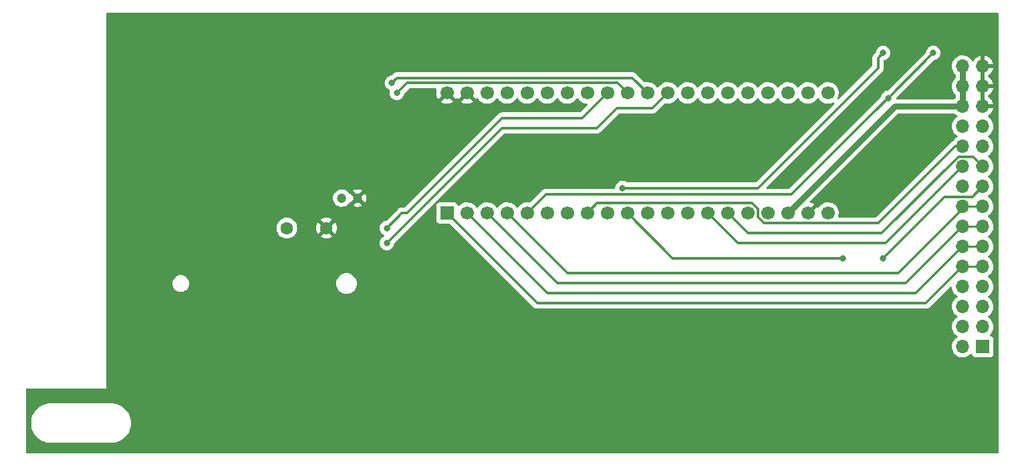
<source format=gbr>
G04 #@! TF.GenerationSoftware,KiCad,Pcbnew,(6.0.0-0)*
G04 #@! TF.CreationDate,2022-04-11T17:58:48+02:00*
G04 #@! TF.ProjectId,ACSI2SD MSTE,41435349-3253-4442-904d-5354452e6b69,1.1*
G04 #@! TF.SameCoordinates,Original*
G04 #@! TF.FileFunction,Copper,L2,Bot*
G04 #@! TF.FilePolarity,Positive*
%FSLAX46Y46*%
G04 Gerber Fmt 4.6, Leading zero omitted, Abs format (unit mm)*
G04 Created by KiCad (PCBNEW (6.0.0-0)) date 2022-04-11 17:58:48*
%MOMM*%
%LPD*%
G01*
G04 APERTURE LIST*
G04 #@! TA.AperFunction,ComponentPad*
%ADD10R,1.700000X1.700000*%
G04 #@! TD*
G04 #@! TA.AperFunction,ComponentPad*
%ADD11C,1.700000*%
G04 #@! TD*
G04 #@! TA.AperFunction,ComponentPad*
%ADD12C,1.200000*%
G04 #@! TD*
G04 #@! TA.AperFunction,ComponentPad*
%ADD13C,1.600000*%
G04 #@! TD*
G04 #@! TA.AperFunction,ComponentPad*
%ADD14O,1.700000X1.700000*%
G04 #@! TD*
G04 #@! TA.AperFunction,ViaPad*
%ADD15C,0.800000*%
G04 #@! TD*
G04 #@! TA.AperFunction,Conductor*
%ADD16C,0.380000*%
G04 #@! TD*
G04 #@! TA.AperFunction,Conductor*
%ADD17C,0.250000*%
G04 #@! TD*
G04 #@! TA.AperFunction,Conductor*
%ADD18C,0.762000*%
G04 #@! TD*
G04 APERTURE END LIST*
D10*
G04 #@! TO.P,U1,1,PB12*
G04 #@! TO.N,/D4*
X144145000Y-126365000D03*
D11*
G04 #@! TO.P,U1,2,PB13*
G04 #@! TO.N,/D5*
X146685000Y-126365000D03*
G04 #@! TO.P,U1,3,PB14*
G04 #@! TO.N,/D6*
X149225000Y-126365000D03*
G04 #@! TO.P,U1,4,PB15*
G04 #@! TO.N,/D7*
X151765000Y-126365000D03*
G04 #@! TO.P,U1,5,PA8*
G04 #@! TO.N,PA8*
X154305000Y-126365000D03*
G04 #@! TO.P,U1,6,PA9*
G04 #@! TO.N,unconnected-(U1-Pad6)*
X156845000Y-126365000D03*
G04 #@! TO.P,U1,7,PA10*
G04 #@! TO.N,unconnected-(U1-Pad7)*
X159385000Y-126365000D03*
G04 #@! TO.P,U1,8,PA11*
G04 #@! TO.N,/DRQ*
X161925000Y-126365000D03*
G04 #@! TO.P,U1,9,PA12*
G04 #@! TO.N,PA12*
X164465000Y-126365000D03*
G04 #@! TO.P,U1,10,PA15*
G04 #@! TO.N,Net-(JP8-Pad2)*
X167005000Y-126365000D03*
G04 #@! TO.P,U1,11,PB3*
G04 #@! TO.N,PB3*
X169545000Y-126365000D03*
G04 #@! TO.P,U1,12,PB4*
G04 #@! TO.N,PB4*
X172085000Y-126365000D03*
G04 #@! TO.P,U1,13,PB5*
G04 #@! TO.N,unconnected-(U1-Pad13)*
X174625000Y-126365000D03*
G04 #@! TO.P,U1,14,PB6*
G04 #@! TO.N,/A0*
X177165000Y-126365000D03*
G04 #@! TO.P,U1,15,PB7*
G04 #@! TO.N,/CS*
X179705000Y-126365000D03*
G04 #@! TO.P,U1,16,PB8*
G04 #@! TO.N,/D0*
X182245000Y-126365000D03*
G04 #@! TO.P,U1,17,PB9*
G04 #@! TO.N,/D1*
X184785000Y-126365000D03*
G04 #@! TO.P,U1,18,5V*
G04 #@! TO.N,+5V*
X187325000Y-126365000D03*
G04 #@! TO.P,U1,19,GND*
G04 #@! TO.N,GND*
X189865000Y-126365000D03*
G04 #@! TO.P,U1,20,3V3*
G04 #@! TO.N,+3V3*
X192405000Y-126365000D03*
G04 #@! TO.P,U1,21,VBat*
G04 #@! TO.N,unconnected-(U1-Pad21)*
X192405000Y-111125000D03*
G04 #@! TO.P,U1,22,PC13*
G04 #@! TO.N,unconnected-(U1-Pad22)*
X189865000Y-111125000D03*
G04 #@! TO.P,U1,23,PC14*
G04 #@! TO.N,unconnected-(U1-Pad23)*
X187325000Y-111125000D03*
G04 #@! TO.P,U1,24,PC15*
G04 #@! TO.N,unconnected-(U1-Pad24)*
X184785000Y-111125000D03*
G04 #@! TO.P,U1,25,PA0*
G04 #@! TO.N,unconnected-(U1-Pad25)*
X182245000Y-111125000D03*
G04 #@! TO.P,U1,26,PA1*
G04 #@! TO.N,PA1*
X179705000Y-111125000D03*
G04 #@! TO.P,U1,27,PA2*
G04 #@! TO.N,PA2*
X177165000Y-111125000D03*
G04 #@! TO.P,U1,28,PA3*
G04 #@! TO.N,PA3*
X174625000Y-111125000D03*
G04 #@! TO.P,U1,29,PA4*
G04 #@! TO.N,SDCS*
X172085000Y-111125000D03*
G04 #@! TO.P,U1,30,PA5*
G04 #@! TO.N,CLK*
X169545000Y-111125000D03*
G04 #@! TO.P,U1,31,PA6*
G04 #@! TO.N,MISO*
X167005000Y-111125000D03*
G04 #@! TO.P,U1,32,PA7*
G04 #@! TO.N,MOSI*
X164465000Y-111125000D03*
G04 #@! TO.P,U1,33,PB0*
G04 #@! TO.N,PB2*
X161925000Y-111125000D03*
G04 #@! TO.P,U1,34,PB1*
G04 #@! TO.N,PB1*
X159385000Y-111125000D03*
G04 #@! TO.P,U1,35,PB10*
G04 #@! TO.N,/D2*
X156845000Y-111125000D03*
G04 #@! TO.P,U1,36,PB11*
G04 #@! TO.N,/D3*
X154305000Y-111125000D03*
G04 #@! TO.P,U1,37,RST*
G04 #@! TO.N,unconnected-(U1-Pad37)*
X151765000Y-111125000D03*
G04 #@! TO.P,U1,38,3V3*
G04 #@! TO.N,+3V3*
X149225000Y-111125000D03*
G04 #@! TO.P,U1,39,GND*
G04 #@! TO.N,GND*
X146685000Y-111125000D03*
G04 #@! TO.P,U1,40,GND*
X144145000Y-111125000D03*
G04 #@! TD*
D12*
G04 #@! TO.P,C2,1*
G04 #@! TO.N,+3V3*
X130810000Y-124460000D03*
G04 #@! TO.P,C2,2*
G04 #@! TO.N,GND*
X132810000Y-124460000D03*
G04 #@! TD*
D13*
G04 #@! TO.P,C1,1*
G04 #@! TO.N,+3V3*
X123865000Y-128270000D03*
G04 #@! TO.P,C1,2*
G04 #@! TO.N,GND*
X128865000Y-128270000D03*
G04 #@! TD*
D10*
G04 #@! TO.P,J1,1,Pin_1*
G04 #@! TO.N,/D0*
X212000000Y-143300000D03*
D14*
G04 #@! TO.P,J1,2,Pin_2*
X209460000Y-143300000D03*
G04 #@! TO.P,J1,3,Pin_3*
G04 #@! TO.N,/D1*
X212000000Y-140760000D03*
G04 #@! TO.P,J1,4,Pin_4*
X209460000Y-140760000D03*
G04 #@! TO.P,J1,5,Pin_5*
G04 #@! TO.N,/D2*
X212000000Y-138220000D03*
G04 #@! TO.P,J1,6,Pin_6*
X209460000Y-138220000D03*
G04 #@! TO.P,J1,7,Pin_7*
G04 #@! TO.N,/D3*
X212000000Y-135680000D03*
G04 #@! TO.P,J1,8,Pin_8*
X209460000Y-135680000D03*
G04 #@! TO.P,J1,9,Pin_9*
G04 #@! TO.N,/D4*
X212000000Y-133140000D03*
G04 #@! TO.P,J1,10,Pin_10*
X209460000Y-133140000D03*
G04 #@! TO.P,J1,11,Pin_11*
G04 #@! TO.N,/D5*
X212000000Y-130600000D03*
G04 #@! TO.P,J1,12,Pin_12*
X209460000Y-130600000D03*
G04 #@! TO.P,J1,13,Pin_13*
G04 #@! TO.N,/D6*
X212000000Y-128060000D03*
G04 #@! TO.P,J1,14,Pin_14*
X209460000Y-128060000D03*
G04 #@! TO.P,J1,15,Pin_15*
G04 #@! TO.N,/D7*
X212000000Y-125520000D03*
G04 #@! TO.P,J1,16,Pin_16*
X209460000Y-125520000D03*
G04 #@! TO.P,J1,17,Pin_17*
G04 #@! TO.N,/RST*
X212000000Y-122980000D03*
G04 #@! TO.P,J1,18,Pin_18*
G04 #@! TO.N,ACK*
X209460000Y-122980000D03*
G04 #@! TO.P,J1,19,Pin_19*
G04 #@! TO.N,/CS*
X212000000Y-120440000D03*
G04 #@! TO.P,J1,20,Pin_20*
G04 #@! TO.N,/A0*
X209460000Y-120440000D03*
G04 #@! TO.P,J1,21,Pin_21*
G04 #@! TO.N,unconnected-(J1-Pad21)*
X212000000Y-117900000D03*
G04 #@! TO.P,J1,22,Pin_22*
G04 #@! TO.N,/DRQ*
X209460000Y-117900000D03*
G04 #@! TO.P,J1,23,Pin_23*
G04 #@! TO.N,XHDINT*
X212000000Y-115360000D03*
G04 #@! TO.P,J1,24,Pin_24*
G04 #@! TO.N,unconnected-(J1-Pad24)*
X209460000Y-115360000D03*
G04 #@! TO.P,J1,25,Pin_25*
G04 #@! TO.N,GND*
X212000000Y-112820000D03*
G04 #@! TO.P,J1,26,Pin_26*
G04 #@! TO.N,+5V*
X209460000Y-112820000D03*
G04 #@! TO.P,J1,27,Pin_27*
G04 #@! TO.N,GND*
X212000000Y-110280000D03*
G04 #@! TO.P,J1,28,Pin_28*
G04 #@! TO.N,+5V*
X209460000Y-110280000D03*
G04 #@! TO.P,J1,29,Pin_29*
G04 #@! TO.N,GND*
X212000000Y-107740000D03*
G04 #@! TO.P,J1,30,Pin_30*
G04 #@! TO.N,+5V*
X209460000Y-107740000D03*
G04 #@! TD*
D15*
G04 #@! TO.N,PA8*
X205740000Y-106045000D03*
G04 #@! TO.N,PA12*
X199390000Y-106045000D03*
G04 #@! TO.N,PA8*
X200025000Y-111760000D03*
G04 #@! TO.N,Net-(JP8-Pad2)*
X194310000Y-132080000D03*
G04 #@! TO.N,/RST*
X199390000Y-132080000D03*
G04 #@! TO.N,PA12*
X166370000Y-123190000D03*
G04 #@! TO.N,MOSI*
X136525000Y-128270000D03*
G04 #@! TO.N,MISO*
X137795000Y-111125000D03*
G04 #@! TO.N,CLK*
X137160000Y-109855000D03*
G04 #@! TO.N,SDCS*
X136525000Y-130175000D03*
G04 #@! TD*
D16*
G04 #@! TO.N,PA12*
X198745000Y-107950000D02*
X183505000Y-123190000D01*
X183505000Y-123190000D02*
X166370000Y-123190000D01*
X198745000Y-106690000D02*
X198745000Y-107950000D01*
X199390000Y-106045000D02*
X198745000Y-106690000D01*
G04 #@! TO.N,PA8*
X205740000Y-106045000D02*
X200025000Y-111760000D01*
X200025000Y-111760000D02*
X198120000Y-113665000D01*
X198120000Y-113665000D02*
X198110000Y-113665000D01*
X154305000Y-126365000D02*
X156690489Y-123979511D01*
X156690489Y-123979511D02*
X187795489Y-123979511D01*
X187795489Y-123979511D02*
X198110000Y-113665000D01*
G04 #@! TO.N,Net-(JP8-Pad2)*
X167005000Y-126365000D02*
X172720000Y-132080000D01*
X172720000Y-132080000D02*
X194310000Y-132080000D01*
G04 #@! TO.N,/RST*
X212000000Y-122980000D02*
X210699511Y-124280489D01*
X210699511Y-124280489D02*
X207189511Y-124280489D01*
X207189511Y-124280489D02*
X199390000Y-132080000D01*
G04 #@! TO.N,/D7*
X151765000Y-126365000D02*
X159385000Y-133985000D01*
X159385000Y-133985000D02*
X201295000Y-133985000D01*
X201295000Y-133985000D02*
X209460000Y-125820000D01*
X209460000Y-125820000D02*
X209460000Y-125520000D01*
G04 #@! TO.N,/D6*
X149225000Y-126365000D02*
X158115000Y-135255000D01*
X158115000Y-135255000D02*
X202265000Y-135255000D01*
X202265000Y-135255000D02*
X209460000Y-128060000D01*
G04 #@! TO.N,/D5*
X146685000Y-126365000D02*
X156845000Y-136525000D01*
X156845000Y-136525000D02*
X203535000Y-136525000D01*
X203535000Y-136525000D02*
X209460000Y-130600000D01*
G04 #@! TO.N,/D4*
X144145000Y-126365000D02*
X155575000Y-137795000D01*
X155575000Y-137795000D02*
X204805000Y-137795000D01*
X204805000Y-137795000D02*
X209460000Y-133140000D01*
D17*
X212000000Y-133140000D02*
X209460000Y-133140000D01*
G04 #@! TO.N,/D5*
X212000000Y-130600000D02*
X209460000Y-130600000D01*
G04 #@! TO.N,/D6*
X212000000Y-128060000D02*
X209460000Y-128060000D01*
G04 #@! TO.N,/D7*
X212000000Y-125520000D02*
X209460000Y-125520000D01*
D16*
G04 #@! TO.N,/CS*
X208946577Y-119200489D02*
X210760489Y-119200489D01*
X182245000Y-128905000D02*
X199242066Y-128905000D01*
X210760489Y-119200489D02*
X212000000Y-120440000D01*
X199242066Y-128905000D02*
X208946577Y-119200489D01*
X179705000Y-126365000D02*
X182245000Y-128905000D01*
G04 #@! TO.N,/A0*
X199725000Y-130175000D02*
X209460000Y-120440000D01*
X180975000Y-130175000D02*
X199725000Y-130175000D01*
X177165000Y-126365000D02*
X180975000Y-130175000D01*
G04 #@! TO.N,/DRQ*
X198785489Y-127604511D02*
X208490000Y-117900000D01*
X161925000Y-126365000D02*
X163164511Y-125125489D01*
X182758423Y-125125489D02*
X183515000Y-125882066D01*
X184271577Y-127604511D02*
X198785489Y-127604511D01*
X183515000Y-126847934D02*
X184271577Y-127604511D01*
X183515000Y-125882066D02*
X183515000Y-126847934D01*
X163164511Y-125125489D02*
X182758423Y-125125489D01*
X208490000Y-117900000D02*
X209460000Y-117900000D01*
D18*
G04 #@! TO.N,+5V*
X200870000Y-112820000D02*
X209460000Y-112820000D01*
X187325000Y-126365000D02*
X200870000Y-112820000D01*
X209460000Y-107740000D02*
X209460000Y-112820000D01*
D16*
G04 #@! TO.N,MOSI*
X161290000Y-114300000D02*
X164465000Y-111125000D01*
X151130000Y-114300000D02*
X161290000Y-114300000D01*
X136525000Y-128270000D02*
X138430000Y-126365000D01*
X138430000Y-126365000D02*
X139065000Y-126365000D01*
X139065000Y-126365000D02*
X151130000Y-114300000D01*
G04 #@! TO.N,MISO*
X165735000Y-109855000D02*
X167005000Y-111125000D01*
X139065000Y-109855000D02*
X165735000Y-109855000D01*
X137795000Y-111125000D02*
X139065000Y-109855000D01*
G04 #@! TO.N,CLK*
X167640000Y-109220000D02*
X169545000Y-111125000D01*
X137795000Y-109220000D02*
X167640000Y-109220000D01*
X137160000Y-109855000D02*
X137795000Y-109220000D01*
G04 #@! TO.N,SDCS*
X170180000Y-113030000D02*
X172085000Y-111125000D01*
X165639511Y-113030000D02*
X170180000Y-113030000D01*
X136525000Y-130175000D02*
X151130000Y-115570000D01*
X163099511Y-115570000D02*
X165639511Y-113030000D01*
X151130000Y-115570000D02*
X163099511Y-115570000D01*
G04 #@! TD*
G04 #@! TA.AperFunction,Conductor*
G04 #@! TO.N,GND*
G36*
X213937121Y-100985002D02*
G01*
X213983614Y-101038658D01*
X213995000Y-101091000D01*
X213995000Y-156719000D01*
X213974998Y-156787121D01*
X213921342Y-156833614D01*
X213869000Y-156845000D01*
X90931000Y-156845000D01*
X90862879Y-156824998D01*
X90816386Y-156771342D01*
X90805000Y-156719000D01*
X90805000Y-153000000D01*
X91467416Y-153000000D01*
X91485736Y-153302859D01*
X91540427Y-153601301D01*
X91630693Y-153890975D01*
X91755217Y-154167656D01*
X91912184Y-154427310D01*
X91914525Y-154430298D01*
X91914527Y-154430301D01*
X91962865Y-154492000D01*
X92099304Y-154666151D01*
X92313849Y-154880696D01*
X92552690Y-155067816D01*
X92555944Y-155069783D01*
X92809083Y-155222812D01*
X92809087Y-155222814D01*
X92812344Y-155224783D01*
X92950684Y-155287045D01*
X93085549Y-155347743D01*
X93085555Y-155347745D01*
X93089025Y-155349307D01*
X93378699Y-155439573D01*
X93677141Y-155494264D01*
X93680933Y-155494493D01*
X93680938Y-155494494D01*
X93802716Y-155501860D01*
X93949220Y-155510722D01*
X93962503Y-155512237D01*
X93967461Y-155513071D01*
X93973959Y-155513150D01*
X93975141Y-155513165D01*
X93975145Y-155513165D01*
X93980000Y-155513224D01*
X94007588Y-155509273D01*
X94025451Y-155508000D01*
X101546793Y-155508000D01*
X101567697Y-155509746D01*
X101587461Y-155513071D01*
X101593651Y-155513147D01*
X101595136Y-155513165D01*
X101595141Y-155513165D01*
X101600000Y-155513224D01*
X101604810Y-155512535D01*
X101607301Y-155512373D01*
X101612890Y-155511804D01*
X101687496Y-155507291D01*
X101899062Y-155494494D01*
X101899067Y-155494493D01*
X101902859Y-155494264D01*
X102201301Y-155439573D01*
X102490975Y-155349307D01*
X102494445Y-155347745D01*
X102494451Y-155347743D01*
X102629316Y-155287045D01*
X102767656Y-155224783D01*
X102770913Y-155222814D01*
X102770917Y-155222812D01*
X103024056Y-155069783D01*
X103027310Y-155067816D01*
X103266151Y-154880696D01*
X103480696Y-154666151D01*
X103617135Y-154492000D01*
X103665473Y-154430301D01*
X103665475Y-154430298D01*
X103667816Y-154427310D01*
X103824783Y-154167656D01*
X103949307Y-153890975D01*
X104039573Y-153601301D01*
X104094264Y-153302859D01*
X104112584Y-153000000D01*
X104094264Y-152697141D01*
X104039573Y-152398699D01*
X103949307Y-152109025D01*
X103824783Y-151832344D01*
X103667816Y-151572690D01*
X103618420Y-151509640D01*
X103610882Y-151500019D01*
X103480696Y-151333849D01*
X103266151Y-151119304D01*
X103027310Y-150932184D01*
X102959611Y-150891258D01*
X102770917Y-150777188D01*
X102770913Y-150777186D01*
X102767656Y-150775217D01*
X102629316Y-150712955D01*
X102494451Y-150652257D01*
X102494445Y-150652255D01*
X102490975Y-150650693D01*
X102201301Y-150560427D01*
X101902859Y-150505736D01*
X101899067Y-150505507D01*
X101899062Y-150505506D01*
X101777283Y-150498140D01*
X101630780Y-150489278D01*
X101617497Y-150487763D01*
X101612539Y-150486929D01*
X101606041Y-150486850D01*
X101604859Y-150486835D01*
X101604855Y-150486835D01*
X101600000Y-150486776D01*
X101575715Y-150490254D01*
X101572412Y-150490727D01*
X101554549Y-150492000D01*
X94033207Y-150492000D01*
X94012303Y-150490254D01*
X94004100Y-150488874D01*
X93992539Y-150486929D01*
X93986349Y-150486853D01*
X93984864Y-150486835D01*
X93984859Y-150486835D01*
X93980000Y-150486776D01*
X93975190Y-150487465D01*
X93972699Y-150487627D01*
X93967110Y-150488196D01*
X93925264Y-150490727D01*
X93680938Y-150505506D01*
X93680933Y-150505507D01*
X93677141Y-150505736D01*
X93378699Y-150560427D01*
X93089025Y-150650693D01*
X93085555Y-150652255D01*
X93085549Y-150652257D01*
X92950684Y-150712955D01*
X92812344Y-150775217D01*
X92809087Y-150777186D01*
X92809083Y-150777188D01*
X92620389Y-150891258D01*
X92552690Y-150932184D01*
X92313849Y-151119304D01*
X92099304Y-151333849D01*
X91969118Y-151500019D01*
X91961581Y-151509640D01*
X91912184Y-151572690D01*
X91755217Y-151832344D01*
X91630693Y-152109025D01*
X91540427Y-152398699D01*
X91485736Y-152697141D01*
X91467416Y-153000000D01*
X90805000Y-153000000D01*
X90805000Y-148716000D01*
X90825002Y-148647879D01*
X90878658Y-148601386D01*
X90931000Y-148590000D01*
X100965000Y-148590000D01*
X100965000Y-135297575D01*
X109357404Y-135297575D01*
X109359313Y-135318554D01*
X109372416Y-135462522D01*
X109376218Y-135504303D01*
X109377956Y-135510209D01*
X109377957Y-135510213D01*
X109386254Y-135538402D01*
X109434827Y-135703440D01*
X109530999Y-135887400D01*
X109661071Y-136049177D01*
X109665788Y-136053135D01*
X109665790Y-136053137D01*
X109700898Y-136082596D01*
X109820089Y-136182609D01*
X109825481Y-136185573D01*
X109825485Y-136185576D01*
X109996598Y-136279646D01*
X110001995Y-136282613D01*
X110199861Y-136345379D01*
X110205978Y-136346065D01*
X110205982Y-136346066D01*
X110282598Y-136354659D01*
X110361413Y-136363500D01*
X110473237Y-136363500D01*
X110476293Y-136363200D01*
X110476300Y-136363200D01*
X110621466Y-136348966D01*
X110621469Y-136348965D01*
X110627592Y-136348365D01*
X110763605Y-136307301D01*
X110820407Y-136290152D01*
X110820410Y-136290151D01*
X110826315Y-136288368D01*
X110833635Y-136284476D01*
X111004153Y-136193809D01*
X111004155Y-136193808D01*
X111009599Y-136190913D01*
X111069471Y-136142083D01*
X111165689Y-136063610D01*
X111165692Y-136063607D01*
X111170464Y-136059715D01*
X111302783Y-135899770D01*
X111306876Y-135892201D01*
X111398584Y-135722590D01*
X111398586Y-135722585D01*
X111401514Y-135717170D01*
X111462898Y-135518871D01*
X111464429Y-135504303D01*
X111483952Y-135318554D01*
X111483952Y-135318552D01*
X111484596Y-135312425D01*
X111483920Y-135305000D01*
X130107502Y-135305000D01*
X130127457Y-135533087D01*
X130128881Y-135538400D01*
X130128881Y-135538402D01*
X130180688Y-135731745D01*
X130186716Y-135754243D01*
X130189039Y-135759224D01*
X130189039Y-135759225D01*
X130281151Y-135956762D01*
X130281154Y-135956767D01*
X130283477Y-135961749D01*
X130341334Y-136044377D01*
X130374978Y-136092425D01*
X130414802Y-136149300D01*
X130576700Y-136311198D01*
X130581208Y-136314355D01*
X130581211Y-136314357D01*
X130650966Y-136363200D01*
X130764251Y-136442523D01*
X130769233Y-136444846D01*
X130769238Y-136444849D01*
X130863900Y-136488990D01*
X130971757Y-136539284D01*
X130977065Y-136540706D01*
X130977067Y-136540707D01*
X131187598Y-136597119D01*
X131187600Y-136597119D01*
X131192913Y-136598543D01*
X131292480Y-136607254D01*
X131361149Y-136613262D01*
X131361156Y-136613262D01*
X131363873Y-136613500D01*
X131478127Y-136613500D01*
X131480844Y-136613262D01*
X131480851Y-136613262D01*
X131549520Y-136607254D01*
X131649087Y-136598543D01*
X131654400Y-136597119D01*
X131654402Y-136597119D01*
X131864933Y-136540707D01*
X131864935Y-136540706D01*
X131870243Y-136539284D01*
X131978100Y-136488990D01*
X132072762Y-136444849D01*
X132072767Y-136444846D01*
X132077749Y-136442523D01*
X132191034Y-136363200D01*
X132260789Y-136314357D01*
X132260792Y-136314355D01*
X132265300Y-136311198D01*
X132427198Y-136149300D01*
X132467023Y-136092425D01*
X132500666Y-136044377D01*
X132558523Y-135961749D01*
X132560846Y-135956767D01*
X132560849Y-135956762D01*
X132652961Y-135759225D01*
X132652961Y-135759224D01*
X132655284Y-135754243D01*
X132661313Y-135731745D01*
X132713119Y-135538402D01*
X132713119Y-135538400D01*
X132714543Y-135533087D01*
X132734498Y-135305000D01*
X132714543Y-135076913D01*
X132704810Y-135040590D01*
X132656707Y-134861067D01*
X132656706Y-134861065D01*
X132655284Y-134855757D01*
X132637865Y-134818401D01*
X132560849Y-134653238D01*
X132560846Y-134653233D01*
X132558523Y-134648251D01*
X132484198Y-134542104D01*
X132430357Y-134465211D01*
X132430355Y-134465208D01*
X132427198Y-134460700D01*
X132265300Y-134298802D01*
X132260792Y-134295645D01*
X132260789Y-134295643D01*
X132101590Y-134184171D01*
X132077749Y-134167477D01*
X132072767Y-134165154D01*
X132072762Y-134165151D01*
X131875225Y-134073039D01*
X131875224Y-134073039D01*
X131870243Y-134070716D01*
X131864935Y-134069294D01*
X131864933Y-134069293D01*
X131654402Y-134012881D01*
X131654400Y-134012881D01*
X131649087Y-134011457D01*
X131549520Y-134002746D01*
X131480851Y-133996738D01*
X131480844Y-133996738D01*
X131478127Y-133996500D01*
X131363873Y-133996500D01*
X131361156Y-133996738D01*
X131361149Y-133996738D01*
X131292480Y-134002746D01*
X131192913Y-134011457D01*
X131187600Y-134012881D01*
X131187598Y-134012881D01*
X130977067Y-134069293D01*
X130977065Y-134069294D01*
X130971757Y-134070716D01*
X130966776Y-134073039D01*
X130966775Y-134073039D01*
X130769238Y-134165151D01*
X130769233Y-134165154D01*
X130764251Y-134167477D01*
X130740410Y-134184171D01*
X130581211Y-134295643D01*
X130581208Y-134295645D01*
X130576700Y-134298802D01*
X130414802Y-134460700D01*
X130411645Y-134465208D01*
X130411643Y-134465211D01*
X130357802Y-134542104D01*
X130283477Y-134648251D01*
X130281154Y-134653233D01*
X130281151Y-134653238D01*
X130204135Y-134818401D01*
X130186716Y-134855757D01*
X130185294Y-134861065D01*
X130185293Y-134861067D01*
X130137190Y-135040590D01*
X130127457Y-135076913D01*
X130107502Y-135305000D01*
X111483920Y-135305000D01*
X111465782Y-135105697D01*
X111463298Y-135097255D01*
X111408912Y-134912469D01*
X111407173Y-134906560D01*
X111311001Y-134722600D01*
X111180929Y-134560823D01*
X111175395Y-134556179D01*
X111026629Y-134431350D01*
X111021911Y-134427391D01*
X111016519Y-134424427D01*
X111016515Y-134424424D01*
X110845402Y-134330354D01*
X110840005Y-134327387D01*
X110642139Y-134264621D01*
X110636022Y-134263935D01*
X110636018Y-134263934D01*
X110559402Y-134255341D01*
X110480587Y-134246500D01*
X110368763Y-134246500D01*
X110365707Y-134246800D01*
X110365700Y-134246800D01*
X110220534Y-134261034D01*
X110220531Y-134261035D01*
X110214408Y-134261635D01*
X110082454Y-134301474D01*
X110021593Y-134319848D01*
X110021590Y-134319849D01*
X110015685Y-134321632D01*
X110010240Y-134324527D01*
X110010238Y-134324528D01*
X109837847Y-134416191D01*
X109837845Y-134416192D01*
X109832401Y-134419087D01*
X109786157Y-134456803D01*
X109676311Y-134546390D01*
X109676308Y-134546393D01*
X109671536Y-134550285D01*
X109539217Y-134710230D01*
X109536288Y-134715647D01*
X109536286Y-134715650D01*
X109443416Y-134887410D01*
X109443414Y-134887415D01*
X109440486Y-134892830D01*
X109379102Y-135091129D01*
X109378458Y-135097254D01*
X109378458Y-135097255D01*
X109363881Y-135235954D01*
X109357404Y-135297575D01*
X100965000Y-135297575D01*
X100965000Y-130175000D01*
X135611496Y-130175000D01*
X135631458Y-130364928D01*
X135690473Y-130546556D01*
X135693776Y-130552278D01*
X135693777Y-130552279D01*
X135721329Y-130600000D01*
X135785960Y-130711944D01*
X135790378Y-130716851D01*
X135790379Y-130716852D01*
X135848918Y-130781866D01*
X135913747Y-130853866D01*
X136068248Y-130966118D01*
X136074276Y-130968802D01*
X136074278Y-130968803D01*
X136236681Y-131041109D01*
X136242712Y-131043794D01*
X136336112Y-131063647D01*
X136423056Y-131082128D01*
X136423061Y-131082128D01*
X136429513Y-131083500D01*
X136620487Y-131083500D01*
X136626939Y-131082128D01*
X136626944Y-131082128D01*
X136713888Y-131063647D01*
X136807288Y-131043794D01*
X136813319Y-131041109D01*
X136975722Y-130968803D01*
X136975724Y-130968802D01*
X136981752Y-130966118D01*
X137136253Y-130853866D01*
X137201082Y-130781866D01*
X137259621Y-130716852D01*
X137259622Y-130716851D01*
X137264040Y-130711944D01*
X137328671Y-130600000D01*
X137356223Y-130552279D01*
X137356224Y-130552278D01*
X137359527Y-130546556D01*
X137418542Y-130364928D01*
X137425111Y-130302428D01*
X137452124Y-130236771D01*
X137461326Y-130226503D01*
X151382423Y-116305405D01*
X151444735Y-116271379D01*
X151471518Y-116268500D01*
X163070952Y-116268500D01*
X163079521Y-116268792D01*
X163128760Y-116272149D01*
X163128764Y-116272149D01*
X163136336Y-116272665D01*
X163143813Y-116271360D01*
X163143815Y-116271360D01*
X163182451Y-116264617D01*
X163198353Y-116261841D01*
X163204871Y-116260880D01*
X163267350Y-116253319D01*
X163274456Y-116250634D01*
X163277993Y-116249765D01*
X163291919Y-116245955D01*
X163295394Y-116244906D01*
X163302883Y-116243599D01*
X163360523Y-116218297D01*
X163366629Y-116215805D01*
X163418396Y-116196244D01*
X163418400Y-116196242D01*
X163425500Y-116193559D01*
X163431760Y-116189257D01*
X163434982Y-116187572D01*
X163447634Y-116180530D01*
X163450737Y-116178695D01*
X163457687Y-116175644D01*
X163463710Y-116171022D01*
X163463714Y-116171020D01*
X163507623Y-116137328D01*
X163512959Y-116133451D01*
X163558570Y-116102104D01*
X163558574Y-116102101D01*
X163564830Y-116097801D01*
X163605661Y-116051973D01*
X163610643Y-116046697D01*
X164741386Y-114915954D01*
X165891934Y-113765405D01*
X165954246Y-113731380D01*
X165981029Y-113728500D01*
X170151441Y-113728500D01*
X170160010Y-113728792D01*
X170209249Y-113732149D01*
X170209253Y-113732149D01*
X170216825Y-113732665D01*
X170224302Y-113731360D01*
X170224304Y-113731360D01*
X170262940Y-113724617D01*
X170278842Y-113721841D01*
X170285360Y-113720880D01*
X170347839Y-113713319D01*
X170354945Y-113710634D01*
X170358482Y-113709765D01*
X170372408Y-113705955D01*
X170375883Y-113704906D01*
X170383372Y-113703599D01*
X170441012Y-113678297D01*
X170447118Y-113675805D01*
X170498885Y-113656244D01*
X170498889Y-113656242D01*
X170505989Y-113653559D01*
X170512249Y-113649257D01*
X170515471Y-113647572D01*
X170528123Y-113640530D01*
X170531226Y-113638695D01*
X170538176Y-113635644D01*
X170544199Y-113631022D01*
X170544203Y-113631020D01*
X170588112Y-113597328D01*
X170593448Y-113593451D01*
X170639059Y-113562104D01*
X170639063Y-113562101D01*
X170645319Y-113557801D01*
X170686150Y-113511973D01*
X170691132Y-113506697D01*
X171705933Y-112491895D01*
X171768245Y-112457870D01*
X171820149Y-112457520D01*
X171851025Y-112463802D01*
X171923597Y-112478567D01*
X171928772Y-112478757D01*
X171928774Y-112478757D01*
X172141673Y-112486564D01*
X172141677Y-112486564D01*
X172146837Y-112486753D01*
X172151957Y-112486097D01*
X172151959Y-112486097D01*
X172363288Y-112459025D01*
X172363289Y-112459025D01*
X172368416Y-112458368D01*
X172373376Y-112456880D01*
X172577429Y-112395661D01*
X172577434Y-112395659D01*
X172582384Y-112394174D01*
X172782994Y-112295896D01*
X172964860Y-112166173D01*
X173123096Y-112008489D01*
X173132670Y-111995166D01*
X173253453Y-111827077D01*
X173254776Y-111828028D01*
X173301645Y-111784857D01*
X173371580Y-111772625D01*
X173437026Y-111800144D01*
X173464875Y-111831994D01*
X173524987Y-111930088D01*
X173671250Y-112098938D01*
X173843126Y-112241632D01*
X174036000Y-112354338D01*
X174244692Y-112434030D01*
X174249760Y-112435061D01*
X174249763Y-112435062D01*
X174354604Y-112456392D01*
X174463597Y-112478567D01*
X174468772Y-112478757D01*
X174468774Y-112478757D01*
X174681673Y-112486564D01*
X174681677Y-112486564D01*
X174686837Y-112486753D01*
X174691957Y-112486097D01*
X174691959Y-112486097D01*
X174903288Y-112459025D01*
X174903289Y-112459025D01*
X174908416Y-112458368D01*
X174913376Y-112456880D01*
X175117429Y-112395661D01*
X175117434Y-112395659D01*
X175122384Y-112394174D01*
X175322994Y-112295896D01*
X175504860Y-112166173D01*
X175663096Y-112008489D01*
X175672670Y-111995166D01*
X175793453Y-111827077D01*
X175794776Y-111828028D01*
X175841645Y-111784857D01*
X175911580Y-111772625D01*
X175977026Y-111800144D01*
X176004875Y-111831994D01*
X176064987Y-111930088D01*
X176211250Y-112098938D01*
X176383126Y-112241632D01*
X176576000Y-112354338D01*
X176784692Y-112434030D01*
X176789760Y-112435061D01*
X176789763Y-112435062D01*
X176894604Y-112456392D01*
X177003597Y-112478567D01*
X177008772Y-112478757D01*
X177008774Y-112478757D01*
X177221673Y-112486564D01*
X177221677Y-112486564D01*
X177226837Y-112486753D01*
X177231957Y-112486097D01*
X177231959Y-112486097D01*
X177443288Y-112459025D01*
X177443289Y-112459025D01*
X177448416Y-112458368D01*
X177453376Y-112456880D01*
X177657429Y-112395661D01*
X177657434Y-112395659D01*
X177662384Y-112394174D01*
X177862994Y-112295896D01*
X178044860Y-112166173D01*
X178203096Y-112008489D01*
X178212670Y-111995166D01*
X178333453Y-111827077D01*
X178334776Y-111828028D01*
X178381645Y-111784857D01*
X178451580Y-111772625D01*
X178517026Y-111800144D01*
X178544875Y-111831994D01*
X178604987Y-111930088D01*
X178751250Y-112098938D01*
X178923126Y-112241632D01*
X179116000Y-112354338D01*
X179324692Y-112434030D01*
X179329760Y-112435061D01*
X179329763Y-112435062D01*
X179434604Y-112456392D01*
X179543597Y-112478567D01*
X179548772Y-112478757D01*
X179548774Y-112478757D01*
X179761673Y-112486564D01*
X179761677Y-112486564D01*
X179766837Y-112486753D01*
X179771957Y-112486097D01*
X179771959Y-112486097D01*
X179983288Y-112459025D01*
X179983289Y-112459025D01*
X179988416Y-112458368D01*
X179993376Y-112456880D01*
X180197429Y-112395661D01*
X180197434Y-112395659D01*
X180202384Y-112394174D01*
X180402994Y-112295896D01*
X180584860Y-112166173D01*
X180743096Y-112008489D01*
X180752670Y-111995166D01*
X180873453Y-111827077D01*
X180874776Y-111828028D01*
X180921645Y-111784857D01*
X180991580Y-111772625D01*
X181057026Y-111800144D01*
X181084875Y-111831994D01*
X181144987Y-111930088D01*
X181291250Y-112098938D01*
X181463126Y-112241632D01*
X181656000Y-112354338D01*
X181864692Y-112434030D01*
X181869760Y-112435061D01*
X181869763Y-112435062D01*
X181974604Y-112456392D01*
X182083597Y-112478567D01*
X182088772Y-112478757D01*
X182088774Y-112478757D01*
X182301673Y-112486564D01*
X182301677Y-112486564D01*
X182306837Y-112486753D01*
X182311957Y-112486097D01*
X182311959Y-112486097D01*
X182523288Y-112459025D01*
X182523289Y-112459025D01*
X182528416Y-112458368D01*
X182533376Y-112456880D01*
X182737429Y-112395661D01*
X182737434Y-112395659D01*
X182742384Y-112394174D01*
X182942994Y-112295896D01*
X183124860Y-112166173D01*
X183283096Y-112008489D01*
X183292670Y-111995166D01*
X183413453Y-111827077D01*
X183414776Y-111828028D01*
X183461645Y-111784857D01*
X183531580Y-111772625D01*
X183597026Y-111800144D01*
X183624875Y-111831994D01*
X183684987Y-111930088D01*
X183831250Y-112098938D01*
X184003126Y-112241632D01*
X184196000Y-112354338D01*
X184404692Y-112434030D01*
X184409760Y-112435061D01*
X184409763Y-112435062D01*
X184514604Y-112456392D01*
X184623597Y-112478567D01*
X184628772Y-112478757D01*
X184628774Y-112478757D01*
X184841673Y-112486564D01*
X184841677Y-112486564D01*
X184846837Y-112486753D01*
X184851957Y-112486097D01*
X184851959Y-112486097D01*
X185063288Y-112459025D01*
X185063289Y-112459025D01*
X185068416Y-112458368D01*
X185073376Y-112456880D01*
X185277429Y-112395661D01*
X185277434Y-112395659D01*
X185282384Y-112394174D01*
X185482994Y-112295896D01*
X185664860Y-112166173D01*
X185823096Y-112008489D01*
X185832670Y-111995166D01*
X185953453Y-111827077D01*
X185954776Y-111828028D01*
X186001645Y-111784857D01*
X186071580Y-111772625D01*
X186137026Y-111800144D01*
X186164875Y-111831994D01*
X186224987Y-111930088D01*
X186371250Y-112098938D01*
X186543126Y-112241632D01*
X186736000Y-112354338D01*
X186944692Y-112434030D01*
X186949760Y-112435061D01*
X186949763Y-112435062D01*
X187054604Y-112456392D01*
X187163597Y-112478567D01*
X187168772Y-112478757D01*
X187168774Y-112478757D01*
X187381673Y-112486564D01*
X187381677Y-112486564D01*
X187386837Y-112486753D01*
X187391957Y-112486097D01*
X187391959Y-112486097D01*
X187603288Y-112459025D01*
X187603289Y-112459025D01*
X187608416Y-112458368D01*
X187613376Y-112456880D01*
X187817429Y-112395661D01*
X187817434Y-112395659D01*
X187822384Y-112394174D01*
X188022994Y-112295896D01*
X188204860Y-112166173D01*
X188363096Y-112008489D01*
X188372670Y-111995166D01*
X188493453Y-111827077D01*
X188494776Y-111828028D01*
X188541645Y-111784857D01*
X188611580Y-111772625D01*
X188677026Y-111800144D01*
X188704875Y-111831994D01*
X188764987Y-111930088D01*
X188911250Y-112098938D01*
X189083126Y-112241632D01*
X189276000Y-112354338D01*
X189484692Y-112434030D01*
X189489760Y-112435061D01*
X189489763Y-112435062D01*
X189594604Y-112456392D01*
X189703597Y-112478567D01*
X189708772Y-112478757D01*
X189708774Y-112478757D01*
X189921673Y-112486564D01*
X189921677Y-112486564D01*
X189926837Y-112486753D01*
X189931957Y-112486097D01*
X189931959Y-112486097D01*
X190143288Y-112459025D01*
X190143289Y-112459025D01*
X190148416Y-112458368D01*
X190153376Y-112456880D01*
X190357429Y-112395661D01*
X190357434Y-112395659D01*
X190362384Y-112394174D01*
X190562994Y-112295896D01*
X190744860Y-112166173D01*
X190903096Y-112008489D01*
X190912670Y-111995166D01*
X191033453Y-111827077D01*
X191034776Y-111828028D01*
X191081645Y-111784857D01*
X191151580Y-111772625D01*
X191217026Y-111800144D01*
X191244875Y-111831994D01*
X191304987Y-111930088D01*
X191451250Y-112098938D01*
X191623126Y-112241632D01*
X191816000Y-112354338D01*
X192024692Y-112434030D01*
X192029760Y-112435061D01*
X192029763Y-112435062D01*
X192134604Y-112456392D01*
X192243597Y-112478567D01*
X192248772Y-112478757D01*
X192248774Y-112478757D01*
X192461673Y-112486564D01*
X192461677Y-112486564D01*
X192466837Y-112486753D01*
X192471957Y-112486097D01*
X192471959Y-112486097D01*
X192683288Y-112459025D01*
X192683289Y-112459025D01*
X192688416Y-112458368D01*
X192693376Y-112456880D01*
X192897429Y-112395661D01*
X192897434Y-112395659D01*
X192902384Y-112394174D01*
X193027537Y-112332862D01*
X193097511Y-112320855D01*
X193162868Y-112348585D01*
X193202858Y-112407248D01*
X193204784Y-112478218D01*
X193172064Y-112535108D01*
X183252577Y-122454595D01*
X183190265Y-122488621D01*
X183163482Y-122491500D01*
X166995169Y-122491500D01*
X166927048Y-122471498D01*
X166921108Y-122467436D01*
X166832094Y-122402763D01*
X166832093Y-122402762D01*
X166826752Y-122398882D01*
X166820724Y-122396198D01*
X166820722Y-122396197D01*
X166658319Y-122323891D01*
X166658318Y-122323891D01*
X166652288Y-122321206D01*
X166558887Y-122301353D01*
X166471944Y-122282872D01*
X166471939Y-122282872D01*
X166465487Y-122281500D01*
X166274513Y-122281500D01*
X166268061Y-122282872D01*
X166268056Y-122282872D01*
X166181113Y-122301353D01*
X166087712Y-122321206D01*
X166081682Y-122323891D01*
X166081681Y-122323891D01*
X165919278Y-122396197D01*
X165919276Y-122396198D01*
X165913248Y-122398882D01*
X165758747Y-122511134D01*
X165630960Y-122653056D01*
X165535473Y-122818444D01*
X165476458Y-123000072D01*
X165475769Y-123006631D01*
X165475768Y-123006634D01*
X165458789Y-123168182D01*
X165431776Y-123233838D01*
X165373554Y-123274468D01*
X165333479Y-123281011D01*
X156719060Y-123281011D01*
X156710490Y-123280719D01*
X156661240Y-123277361D01*
X156661236Y-123277361D01*
X156653664Y-123276845D01*
X156646187Y-123278150D01*
X156646186Y-123278150D01*
X156631467Y-123280719D01*
X156591636Y-123287671D01*
X156585118Y-123288632D01*
X156565395Y-123291019D01*
X156530193Y-123295279D01*
X156530192Y-123295279D01*
X156522650Y-123296192D01*
X156515548Y-123298875D01*
X156512048Y-123299735D01*
X156498051Y-123303564D01*
X156494600Y-123304606D01*
X156487117Y-123305912D01*
X156480162Y-123308965D01*
X156429477Y-123331214D01*
X156423371Y-123333706D01*
X156371604Y-123353267D01*
X156371600Y-123353269D01*
X156364500Y-123355952D01*
X156358240Y-123360254D01*
X156355018Y-123361939D01*
X156342366Y-123368981D01*
X156339263Y-123370816D01*
X156332313Y-123373867D01*
X156326290Y-123378489D01*
X156326286Y-123378491D01*
X156282377Y-123412183D01*
X156277041Y-123416060D01*
X156231430Y-123447407D01*
X156231426Y-123447410D01*
X156225170Y-123451710D01*
X156220120Y-123457378D01*
X156220119Y-123457379D01*
X156184339Y-123497538D01*
X156179357Y-123502814D01*
X155419197Y-124262975D01*
X154684320Y-124997852D01*
X154622008Y-125031877D01*
X154573129Y-125032804D01*
X154438373Y-125008800D01*
X154438367Y-125008799D01*
X154433284Y-125007894D01*
X154359452Y-125006992D01*
X154215081Y-125005228D01*
X154215079Y-125005228D01*
X154209911Y-125005165D01*
X153989091Y-125038955D01*
X153776756Y-125108357D01*
X153718543Y-125138661D01*
X153642432Y-125178282D01*
X153578607Y-125211507D01*
X153574477Y-125214608D01*
X153574471Y-125214612D01*
X153404100Y-125342530D01*
X153399965Y-125345635D01*
X153396393Y-125349373D01*
X153260238Y-125491851D01*
X153245629Y-125507138D01*
X153138201Y-125664621D01*
X153083293Y-125709621D01*
X153012768Y-125717792D01*
X152949021Y-125686538D01*
X152928324Y-125662054D01*
X152847822Y-125537617D01*
X152847820Y-125537614D01*
X152845014Y-125533277D01*
X152694670Y-125368051D01*
X152690619Y-125364852D01*
X152690615Y-125364848D01*
X152523414Y-125232800D01*
X152523410Y-125232798D01*
X152519359Y-125229598D01*
X152323789Y-125121638D01*
X152318920Y-125119914D01*
X152318916Y-125119912D01*
X152118087Y-125048795D01*
X152118083Y-125048794D01*
X152113212Y-125047069D01*
X152108119Y-125046162D01*
X152108116Y-125046161D01*
X151898373Y-125008800D01*
X151898367Y-125008799D01*
X151893284Y-125007894D01*
X151819452Y-125006992D01*
X151675081Y-125005228D01*
X151675079Y-125005228D01*
X151669911Y-125005165D01*
X151449091Y-125038955D01*
X151236756Y-125108357D01*
X151178543Y-125138661D01*
X151102432Y-125178282D01*
X151038607Y-125211507D01*
X151034477Y-125214608D01*
X151034471Y-125214612D01*
X150864100Y-125342530D01*
X150859965Y-125345635D01*
X150856393Y-125349373D01*
X150720238Y-125491851D01*
X150705629Y-125507138D01*
X150598201Y-125664621D01*
X150543293Y-125709621D01*
X150472768Y-125717792D01*
X150409021Y-125686538D01*
X150388324Y-125662054D01*
X150307822Y-125537617D01*
X150307820Y-125537614D01*
X150305014Y-125533277D01*
X150154670Y-125368051D01*
X150150619Y-125364852D01*
X150150615Y-125364848D01*
X149983414Y-125232800D01*
X149983410Y-125232798D01*
X149979359Y-125229598D01*
X149783789Y-125121638D01*
X149778920Y-125119914D01*
X149778916Y-125119912D01*
X149578087Y-125048795D01*
X149578083Y-125048794D01*
X149573212Y-125047069D01*
X149568119Y-125046162D01*
X149568116Y-125046161D01*
X149358373Y-125008800D01*
X149358367Y-125008799D01*
X149353284Y-125007894D01*
X149279452Y-125006992D01*
X149135081Y-125005228D01*
X149135079Y-125005228D01*
X149129911Y-125005165D01*
X148909091Y-125038955D01*
X148696756Y-125108357D01*
X148638543Y-125138661D01*
X148562432Y-125178282D01*
X148498607Y-125211507D01*
X148494477Y-125214608D01*
X148494471Y-125214612D01*
X148324100Y-125342530D01*
X148319965Y-125345635D01*
X148316393Y-125349373D01*
X148180238Y-125491851D01*
X148165629Y-125507138D01*
X148058201Y-125664621D01*
X148003293Y-125709621D01*
X147932768Y-125717792D01*
X147869021Y-125686538D01*
X147848324Y-125662054D01*
X147767822Y-125537617D01*
X147767820Y-125537614D01*
X147765014Y-125533277D01*
X147614670Y-125368051D01*
X147610619Y-125364852D01*
X147610615Y-125364848D01*
X147443414Y-125232800D01*
X147443410Y-125232798D01*
X147439359Y-125229598D01*
X147243789Y-125121638D01*
X147238920Y-125119914D01*
X147238916Y-125119912D01*
X147038087Y-125048795D01*
X147038083Y-125048794D01*
X147033212Y-125047069D01*
X147028119Y-125046162D01*
X147028116Y-125046161D01*
X146818373Y-125008800D01*
X146818367Y-125008799D01*
X146813284Y-125007894D01*
X146739452Y-125006992D01*
X146595081Y-125005228D01*
X146595079Y-125005228D01*
X146589911Y-125005165D01*
X146369091Y-125038955D01*
X146156756Y-125108357D01*
X146098543Y-125138661D01*
X146022432Y-125178282D01*
X145958607Y-125211507D01*
X145954477Y-125214608D01*
X145954471Y-125214612D01*
X145784100Y-125342530D01*
X145779965Y-125345635D01*
X145723537Y-125404684D01*
X145699283Y-125430064D01*
X145637759Y-125465494D01*
X145566846Y-125462037D01*
X145509060Y-125420791D01*
X145490207Y-125387243D01*
X145448767Y-125276703D01*
X145445615Y-125268295D01*
X145358261Y-125151739D01*
X145241705Y-125064385D01*
X145105316Y-125013255D01*
X145043134Y-125006500D01*
X143246866Y-125006500D01*
X143184684Y-125013255D01*
X143048295Y-125064385D01*
X142931739Y-125151739D01*
X142844385Y-125268295D01*
X142793255Y-125404684D01*
X142786500Y-125466866D01*
X142786500Y-127263134D01*
X142793255Y-127325316D01*
X142844385Y-127461705D01*
X142931739Y-127578261D01*
X143048295Y-127665615D01*
X143184684Y-127716745D01*
X143246866Y-127723500D01*
X144463481Y-127723500D01*
X144531602Y-127743502D01*
X144552576Y-127760405D01*
X155060872Y-138268700D01*
X155066726Y-138274965D01*
X155104180Y-138317899D01*
X155117278Y-138327104D01*
X155155678Y-138354092D01*
X155160972Y-138358024D01*
X155210501Y-138396860D01*
X155217423Y-138399985D01*
X155220528Y-138401866D01*
X155233083Y-138409027D01*
X155236281Y-138410742D01*
X155242499Y-138415112D01*
X155301176Y-138437989D01*
X155307211Y-138440526D01*
X155364586Y-138466432D01*
X155372054Y-138467816D01*
X155375532Y-138468906D01*
X155389419Y-138472862D01*
X155392942Y-138473767D01*
X155400014Y-138476524D01*
X155462417Y-138484739D01*
X155468909Y-138485767D01*
X155530819Y-138497242D01*
X155538399Y-138496805D01*
X155538400Y-138496805D01*
X155592086Y-138493709D01*
X155599340Y-138493500D01*
X204776441Y-138493500D01*
X204785010Y-138493792D01*
X204834249Y-138497149D01*
X204834253Y-138497149D01*
X204841825Y-138497665D01*
X204849302Y-138496360D01*
X204849304Y-138496360D01*
X204887940Y-138489617D01*
X204903842Y-138486841D01*
X204910360Y-138485880D01*
X204972839Y-138478319D01*
X204979945Y-138475634D01*
X204983482Y-138474765D01*
X204997408Y-138470955D01*
X205000883Y-138469906D01*
X205008372Y-138468599D01*
X205066012Y-138443297D01*
X205072118Y-138440805D01*
X205123885Y-138421244D01*
X205123889Y-138421242D01*
X205130989Y-138418559D01*
X205137249Y-138414257D01*
X205140471Y-138412572D01*
X205153123Y-138405530D01*
X205156226Y-138403695D01*
X205163176Y-138400644D01*
X205169199Y-138396022D01*
X205169203Y-138396020D01*
X205213112Y-138362328D01*
X205218448Y-138358451D01*
X205264059Y-138327104D01*
X205264063Y-138327101D01*
X205270319Y-138322801D01*
X205311150Y-138276973D01*
X205316132Y-138271697D01*
X207890030Y-135697799D01*
X207952342Y-135663773D01*
X208023157Y-135668838D01*
X208079993Y-135711385D01*
X208104916Y-135779640D01*
X208105490Y-135789595D01*
X208110110Y-135869715D01*
X208111247Y-135874761D01*
X208111248Y-135874767D01*
X208116883Y-135899770D01*
X208159222Y-136087639D01*
X208197461Y-136181811D01*
X208239149Y-136284476D01*
X208243266Y-136294616D01*
X208285237Y-136363107D01*
X208357291Y-136480688D01*
X208359987Y-136485088D01*
X208506250Y-136653938D01*
X208678126Y-136796632D01*
X208748595Y-136837811D01*
X208751445Y-136839476D01*
X208800169Y-136891114D01*
X208813240Y-136960897D01*
X208786509Y-137026669D01*
X208746055Y-137060027D01*
X208733607Y-137066507D01*
X208729474Y-137069610D01*
X208729471Y-137069612D01*
X208693660Y-137096500D01*
X208554965Y-137200635D01*
X208400629Y-137362138D01*
X208274743Y-137546680D01*
X208180688Y-137749305D01*
X208120989Y-137964570D01*
X208097251Y-138186695D01*
X208097548Y-138191848D01*
X208097548Y-138191851D01*
X208103011Y-138286590D01*
X208110110Y-138409715D01*
X208111247Y-138414761D01*
X208111248Y-138414767D01*
X208129737Y-138496805D01*
X208159222Y-138627639D01*
X208243266Y-138834616D01*
X208294019Y-138917438D01*
X208357291Y-139020688D01*
X208359987Y-139025088D01*
X208506250Y-139193938D01*
X208678126Y-139336632D01*
X208748595Y-139377811D01*
X208751445Y-139379476D01*
X208800169Y-139431114D01*
X208813240Y-139500897D01*
X208786509Y-139566669D01*
X208746055Y-139600027D01*
X208733607Y-139606507D01*
X208729474Y-139609610D01*
X208729471Y-139609612D01*
X208705247Y-139627800D01*
X208554965Y-139740635D01*
X208400629Y-139902138D01*
X208274743Y-140086680D01*
X208180688Y-140289305D01*
X208120989Y-140504570D01*
X208097251Y-140726695D01*
X208097548Y-140731848D01*
X208097548Y-140731851D01*
X208103011Y-140826590D01*
X208110110Y-140949715D01*
X208111247Y-140954761D01*
X208111248Y-140954767D01*
X208131119Y-141042939D01*
X208159222Y-141167639D01*
X208243266Y-141374616D01*
X208294019Y-141457438D01*
X208357291Y-141560688D01*
X208359987Y-141565088D01*
X208506250Y-141733938D01*
X208678126Y-141876632D01*
X208739196Y-141912318D01*
X208751445Y-141919476D01*
X208800169Y-141971114D01*
X208813240Y-142040897D01*
X208786509Y-142106669D01*
X208746055Y-142140027D01*
X208733607Y-142146507D01*
X208729474Y-142149610D01*
X208729471Y-142149612D01*
X208559100Y-142277530D01*
X208554965Y-142280635D01*
X208515525Y-142321907D01*
X208461280Y-142378671D01*
X208400629Y-142442138D01*
X208274743Y-142626680D01*
X208180688Y-142829305D01*
X208120989Y-143044570D01*
X208097251Y-143266695D01*
X208110110Y-143489715D01*
X208111247Y-143494761D01*
X208111248Y-143494767D01*
X208135304Y-143601508D01*
X208159222Y-143707639D01*
X208243266Y-143914616D01*
X208359987Y-144105088D01*
X208506250Y-144273938D01*
X208678126Y-144416632D01*
X208871000Y-144529338D01*
X209079692Y-144609030D01*
X209084760Y-144610061D01*
X209084763Y-144610062D01*
X209192017Y-144631883D01*
X209298597Y-144653567D01*
X209303772Y-144653757D01*
X209303774Y-144653757D01*
X209516673Y-144661564D01*
X209516677Y-144661564D01*
X209521837Y-144661753D01*
X209526957Y-144661097D01*
X209526959Y-144661097D01*
X209738288Y-144634025D01*
X209738289Y-144634025D01*
X209743416Y-144633368D01*
X209748366Y-144631883D01*
X209952429Y-144570661D01*
X209952434Y-144570659D01*
X209957384Y-144569174D01*
X210157994Y-144470896D01*
X210339860Y-144341173D01*
X210448091Y-144233319D01*
X210510462Y-144199404D01*
X210581268Y-144204592D01*
X210638030Y-144247238D01*
X210655012Y-144278341D01*
X210699385Y-144396705D01*
X210786739Y-144513261D01*
X210903295Y-144600615D01*
X211039684Y-144651745D01*
X211101866Y-144658500D01*
X212898134Y-144658500D01*
X212960316Y-144651745D01*
X213096705Y-144600615D01*
X213213261Y-144513261D01*
X213300615Y-144396705D01*
X213351745Y-144260316D01*
X213358500Y-144198134D01*
X213358500Y-142401866D01*
X213351745Y-142339684D01*
X213300615Y-142203295D01*
X213213261Y-142086739D01*
X213096705Y-141999385D01*
X213069905Y-141989338D01*
X212978203Y-141954960D01*
X212921439Y-141912318D01*
X212896739Y-141845756D01*
X212911947Y-141776408D01*
X212933493Y-141747727D01*
X213034435Y-141647137D01*
X213038096Y-141643489D01*
X213097594Y-141560689D01*
X213165435Y-141466277D01*
X213168453Y-141462077D01*
X213189320Y-141419857D01*
X213265136Y-141266453D01*
X213265137Y-141266451D01*
X213267430Y-141261811D01*
X213332370Y-141048069D01*
X213361529Y-140826590D01*
X213363156Y-140760000D01*
X213344852Y-140537361D01*
X213290431Y-140320702D01*
X213201354Y-140115840D01*
X213080014Y-139928277D01*
X212929670Y-139763051D01*
X212925619Y-139759852D01*
X212925615Y-139759848D01*
X212758414Y-139627800D01*
X212758410Y-139627798D01*
X212754359Y-139624598D01*
X212713053Y-139601796D01*
X212663084Y-139551364D01*
X212648312Y-139481921D01*
X212673428Y-139415516D01*
X212700780Y-139388909D01*
X212744603Y-139357650D01*
X212879860Y-139261173D01*
X213038096Y-139103489D01*
X213097594Y-139020689D01*
X213165435Y-138926277D01*
X213168453Y-138922077D01*
X213189320Y-138879857D01*
X213265136Y-138726453D01*
X213265137Y-138726451D01*
X213267430Y-138721811D01*
X213332370Y-138508069D01*
X213361529Y-138286590D01*
X213363156Y-138220000D01*
X213344852Y-137997361D01*
X213290431Y-137780702D01*
X213201354Y-137575840D01*
X213080014Y-137388277D01*
X212929670Y-137223051D01*
X212925619Y-137219852D01*
X212925615Y-137219848D01*
X212758414Y-137087800D01*
X212758410Y-137087798D01*
X212754359Y-137084598D01*
X212713053Y-137061796D01*
X212663084Y-137011364D01*
X212648312Y-136941921D01*
X212673428Y-136875516D01*
X212700780Y-136848909D01*
X212744603Y-136817650D01*
X212879860Y-136721173D01*
X213038096Y-136563489D01*
X213054467Y-136540707D01*
X213165435Y-136386277D01*
X213168453Y-136382077D01*
X213177635Y-136363500D01*
X213265136Y-136186453D01*
X213265137Y-136186451D01*
X213267430Y-136181811D01*
X213332370Y-135968069D01*
X213361529Y-135746590D01*
X213361892Y-135731745D01*
X213363074Y-135683365D01*
X213363074Y-135683361D01*
X213363156Y-135680000D01*
X213344852Y-135457361D01*
X213290431Y-135240702D01*
X213201354Y-135035840D01*
X213117719Y-134906560D01*
X213082822Y-134852617D01*
X213082820Y-134852614D01*
X213080014Y-134848277D01*
X212929670Y-134683051D01*
X212925619Y-134679852D01*
X212925615Y-134679848D01*
X212758414Y-134547800D01*
X212758410Y-134547798D01*
X212754359Y-134544598D01*
X212713053Y-134521796D01*
X212663084Y-134471364D01*
X212648312Y-134401921D01*
X212673428Y-134335516D01*
X212700780Y-134308909D01*
X212760258Y-134266484D01*
X212879860Y-134181173D01*
X213038096Y-134023489D01*
X213057319Y-133996738D01*
X213165435Y-133846277D01*
X213168453Y-133842077D01*
X213189324Y-133799849D01*
X213265136Y-133646453D01*
X213265137Y-133646451D01*
X213267430Y-133641811D01*
X213318566Y-133473503D01*
X213330865Y-133433023D01*
X213330865Y-133433021D01*
X213332370Y-133428069D01*
X213361529Y-133206590D01*
X213363156Y-133140000D01*
X213344852Y-132917361D01*
X213290431Y-132700702D01*
X213201354Y-132495840D01*
X213080014Y-132308277D01*
X212929670Y-132143051D01*
X212925619Y-132139852D01*
X212925615Y-132139848D01*
X212758414Y-132007800D01*
X212758410Y-132007798D01*
X212754359Y-132004598D01*
X212713053Y-131981796D01*
X212663084Y-131931364D01*
X212648312Y-131861921D01*
X212673428Y-131795516D01*
X212700780Y-131768909D01*
X212744603Y-131737650D01*
X212879860Y-131641173D01*
X213038096Y-131483489D01*
X213168453Y-131302077D01*
X213173057Y-131292763D01*
X213265136Y-131106453D01*
X213265137Y-131106451D01*
X213267430Y-131101811D01*
X213318566Y-130933503D01*
X213330865Y-130893023D01*
X213330865Y-130893021D01*
X213332370Y-130888069D01*
X213361529Y-130666590D01*
X213363156Y-130600000D01*
X213344852Y-130377361D01*
X213290431Y-130160702D01*
X213201354Y-129955840D01*
X213080014Y-129768277D01*
X212929670Y-129603051D01*
X212925619Y-129599852D01*
X212925615Y-129599848D01*
X212758414Y-129467800D01*
X212758410Y-129467798D01*
X212754359Y-129464598D01*
X212713053Y-129441796D01*
X212663084Y-129391364D01*
X212648312Y-129321921D01*
X212673428Y-129255516D01*
X212700780Y-129228909D01*
X212744603Y-129197650D01*
X212879860Y-129101173D01*
X213038096Y-128943489D01*
X213168453Y-128762077D01*
X213189324Y-128719849D01*
X213265136Y-128566453D01*
X213265137Y-128566451D01*
X213267430Y-128561811D01*
X213300379Y-128453365D01*
X213330865Y-128353023D01*
X213330865Y-128353021D01*
X213332370Y-128348069D01*
X213361529Y-128126590D01*
X213363156Y-128060000D01*
X213344852Y-127837361D01*
X213290431Y-127620702D01*
X213201354Y-127415840D01*
X213100953Y-127260643D01*
X213082822Y-127232617D01*
X213082820Y-127232614D01*
X213080014Y-127228277D01*
X212929670Y-127063051D01*
X212925619Y-127059852D01*
X212925615Y-127059848D01*
X212758414Y-126927800D01*
X212758410Y-126927798D01*
X212754359Y-126924598D01*
X212713053Y-126901796D01*
X212663084Y-126851364D01*
X212648312Y-126781921D01*
X212673428Y-126715516D01*
X212700780Y-126688909D01*
X212758218Y-126647939D01*
X212879860Y-126561173D01*
X213038096Y-126403489D01*
X213168453Y-126222077D01*
X213189324Y-126179849D01*
X213265136Y-126026453D01*
X213265137Y-126026451D01*
X213267430Y-126021811D01*
X213332370Y-125808069D01*
X213361529Y-125586590D01*
X213362598Y-125542832D01*
X213363074Y-125523365D01*
X213363074Y-125523361D01*
X213363156Y-125520000D01*
X213344852Y-125297361D01*
X213290431Y-125080702D01*
X213201354Y-124875840D01*
X213121024Y-124751669D01*
X213082822Y-124692617D01*
X213082820Y-124692614D01*
X213080014Y-124688277D01*
X212929670Y-124523051D01*
X212925619Y-124519852D01*
X212925615Y-124519848D01*
X212758414Y-124387800D01*
X212758410Y-124387798D01*
X212754359Y-124384598D01*
X212713053Y-124361796D01*
X212663084Y-124311364D01*
X212648312Y-124241921D01*
X212673428Y-124175516D01*
X212700780Y-124148909D01*
X212786201Y-124087979D01*
X212879860Y-124021173D01*
X213038096Y-123863489D01*
X213060725Y-123831998D01*
X213165435Y-123686277D01*
X213168453Y-123682077D01*
X213217920Y-123581989D01*
X213265136Y-123486453D01*
X213265137Y-123486451D01*
X213267430Y-123481811D01*
X213332370Y-123268069D01*
X213361529Y-123046590D01*
X213363156Y-122980000D01*
X213344852Y-122757361D01*
X213290431Y-122540702D01*
X213201354Y-122335840D01*
X213080014Y-122148277D01*
X212929670Y-121983051D01*
X212925619Y-121979852D01*
X212925615Y-121979848D01*
X212758414Y-121847800D01*
X212758410Y-121847798D01*
X212754359Y-121844598D01*
X212713053Y-121821796D01*
X212663084Y-121771364D01*
X212648312Y-121701921D01*
X212673428Y-121635516D01*
X212700780Y-121608909D01*
X212744603Y-121577650D01*
X212879860Y-121481173D01*
X213038096Y-121323489D01*
X213168453Y-121142077D01*
X213189320Y-121099857D01*
X213265136Y-120946453D01*
X213265137Y-120946451D01*
X213267430Y-120941811D01*
X213332370Y-120728069D01*
X213361529Y-120506590D01*
X213363156Y-120440000D01*
X213344852Y-120217361D01*
X213290431Y-120000702D01*
X213201354Y-119795840D01*
X213080014Y-119608277D01*
X212929670Y-119443051D01*
X212925619Y-119439852D01*
X212925615Y-119439848D01*
X212758414Y-119307800D01*
X212758410Y-119307798D01*
X212754359Y-119304598D01*
X212713053Y-119281796D01*
X212663084Y-119231364D01*
X212648312Y-119161921D01*
X212673428Y-119095516D01*
X212700780Y-119068909D01*
X212744603Y-119037650D01*
X212879860Y-118941173D01*
X213038096Y-118783489D01*
X213168453Y-118602077D01*
X213217920Y-118501989D01*
X213265136Y-118406453D01*
X213265137Y-118406451D01*
X213267430Y-118401811D01*
X213332370Y-118188069D01*
X213361529Y-117966590D01*
X213363156Y-117900000D01*
X213344852Y-117677361D01*
X213290431Y-117460702D01*
X213201354Y-117255840D01*
X213080014Y-117068277D01*
X212929670Y-116903051D01*
X212925619Y-116899852D01*
X212925615Y-116899848D01*
X212758414Y-116767800D01*
X212758410Y-116767798D01*
X212754359Y-116764598D01*
X212713053Y-116741796D01*
X212663084Y-116691364D01*
X212648312Y-116621921D01*
X212673428Y-116555516D01*
X212700780Y-116528909D01*
X212744603Y-116497650D01*
X212879860Y-116401173D01*
X213038096Y-116243489D01*
X213097594Y-116160689D01*
X213165435Y-116066277D01*
X213168453Y-116062077D01*
X213189320Y-116019857D01*
X213265136Y-115866453D01*
X213265137Y-115866451D01*
X213267430Y-115861811D01*
X213332370Y-115648069D01*
X213361529Y-115426590D01*
X213363156Y-115360000D01*
X213344852Y-115137361D01*
X213290431Y-114920702D01*
X213201354Y-114715840D01*
X213080014Y-114528277D01*
X212929670Y-114363051D01*
X212925619Y-114359852D01*
X212925615Y-114359848D01*
X212758414Y-114227800D01*
X212758410Y-114227798D01*
X212754359Y-114224598D01*
X212712569Y-114201529D01*
X212662598Y-114151097D01*
X212647826Y-114081654D01*
X212672942Y-114015248D01*
X212700294Y-113988641D01*
X212875328Y-113863792D01*
X212883200Y-113857139D01*
X213034052Y-113706812D01*
X213040730Y-113698965D01*
X213165003Y-113526020D01*
X213170313Y-113517183D01*
X213264670Y-113326267D01*
X213268469Y-113316672D01*
X213330377Y-113112910D01*
X213332555Y-113102837D01*
X213333986Y-113091962D01*
X213331775Y-113077778D01*
X213318617Y-113074000D01*
X211872000Y-113074000D01*
X211803879Y-113053998D01*
X211757386Y-113000342D01*
X211746000Y-112948000D01*
X211746000Y-112547885D01*
X212254000Y-112547885D01*
X212258475Y-112563124D01*
X212259865Y-112564329D01*
X212267548Y-112566000D01*
X213318344Y-112566000D01*
X213331875Y-112562027D01*
X213333180Y-112552947D01*
X213291214Y-112385875D01*
X213287894Y-112376124D01*
X213202972Y-112180814D01*
X213198105Y-112171739D01*
X213082426Y-111992926D01*
X213076136Y-111984757D01*
X212932806Y-111827240D01*
X212925273Y-111820215D01*
X212758139Y-111688222D01*
X212749552Y-111682517D01*
X212712116Y-111661851D01*
X212662146Y-111611419D01*
X212647374Y-111541976D01*
X212672490Y-111475571D01*
X212699842Y-111448964D01*
X212875327Y-111323792D01*
X212883200Y-111317139D01*
X213034052Y-111166812D01*
X213040730Y-111158965D01*
X213165003Y-110986020D01*
X213170313Y-110977183D01*
X213264670Y-110786267D01*
X213268469Y-110776672D01*
X213330377Y-110572910D01*
X213332555Y-110562837D01*
X213333986Y-110551962D01*
X213331775Y-110537778D01*
X213318617Y-110534000D01*
X212272115Y-110534000D01*
X212256876Y-110538475D01*
X212255671Y-110539865D01*
X212254000Y-110547548D01*
X212254000Y-112547885D01*
X211746000Y-112547885D01*
X211746000Y-110007885D01*
X212254000Y-110007885D01*
X212258475Y-110023124D01*
X212259865Y-110024329D01*
X212267548Y-110026000D01*
X213318344Y-110026000D01*
X213331875Y-110022027D01*
X213333180Y-110012947D01*
X213291214Y-109845875D01*
X213287894Y-109836124D01*
X213202972Y-109640814D01*
X213198105Y-109631739D01*
X213082426Y-109452926D01*
X213076136Y-109444757D01*
X212932806Y-109287240D01*
X212925273Y-109280215D01*
X212758139Y-109148222D01*
X212749552Y-109142517D01*
X212712116Y-109121851D01*
X212662146Y-109071419D01*
X212647374Y-109001976D01*
X212672490Y-108935571D01*
X212699842Y-108908964D01*
X212875327Y-108783792D01*
X212883200Y-108777139D01*
X213034052Y-108626812D01*
X213040730Y-108618965D01*
X213165003Y-108446020D01*
X213170313Y-108437183D01*
X213264670Y-108246267D01*
X213268469Y-108236672D01*
X213330377Y-108032910D01*
X213332555Y-108022837D01*
X213333986Y-108011962D01*
X213331775Y-107997778D01*
X213318617Y-107994000D01*
X212272115Y-107994000D01*
X212256876Y-107998475D01*
X212255671Y-107999865D01*
X212254000Y-108007548D01*
X212254000Y-110007885D01*
X211746000Y-110007885D01*
X211746000Y-107467885D01*
X212254000Y-107467885D01*
X212258475Y-107483124D01*
X212259865Y-107484329D01*
X212267548Y-107486000D01*
X213318344Y-107486000D01*
X213331875Y-107482027D01*
X213333180Y-107472947D01*
X213291214Y-107305875D01*
X213287894Y-107296124D01*
X213202972Y-107100814D01*
X213198105Y-107091739D01*
X213082426Y-106912926D01*
X213076136Y-106904757D01*
X212932806Y-106747240D01*
X212925273Y-106740215D01*
X212758139Y-106608222D01*
X212749552Y-106602517D01*
X212563117Y-106499599D01*
X212553705Y-106495369D01*
X212352959Y-106424280D01*
X212342988Y-106421646D01*
X212271837Y-106408972D01*
X212258540Y-106410432D01*
X212254000Y-106424989D01*
X212254000Y-107467885D01*
X211746000Y-107467885D01*
X211746000Y-106423102D01*
X211742082Y-106409758D01*
X211727806Y-106407771D01*
X211689324Y-106413660D01*
X211679288Y-106416051D01*
X211476868Y-106482212D01*
X211467359Y-106486209D01*
X211278463Y-106584542D01*
X211269738Y-106590036D01*
X211099433Y-106717905D01*
X211091726Y-106724748D01*
X210944590Y-106878717D01*
X210938109Y-106886722D01*
X210833498Y-107040074D01*
X210778587Y-107085076D01*
X210708062Y-107093247D01*
X210644315Y-107061993D01*
X210623618Y-107037509D01*
X210542822Y-106912617D01*
X210542820Y-106912614D01*
X210540014Y-106908277D01*
X210389670Y-106743051D01*
X210385619Y-106739852D01*
X210385615Y-106739848D01*
X210218414Y-106607800D01*
X210218410Y-106607798D01*
X210214359Y-106604598D01*
X210178028Y-106584542D01*
X210065714Y-106522542D01*
X210018789Y-106496638D01*
X210013920Y-106494914D01*
X210013916Y-106494912D01*
X209813087Y-106423795D01*
X209813083Y-106423794D01*
X209808212Y-106422069D01*
X209803119Y-106421162D01*
X209803116Y-106421161D01*
X209593373Y-106383800D01*
X209593367Y-106383799D01*
X209588284Y-106382894D01*
X209514452Y-106381992D01*
X209370081Y-106380228D01*
X209370079Y-106380228D01*
X209364911Y-106380165D01*
X209144091Y-106413955D01*
X208931756Y-106483357D01*
X208891296Y-106504419D01*
X208744801Y-106580680D01*
X208733607Y-106586507D01*
X208729474Y-106589610D01*
X208729471Y-106589612D01*
X208563349Y-106714340D01*
X208554965Y-106720635D01*
X208551393Y-106724373D01*
X208448316Y-106832237D01*
X208400629Y-106882138D01*
X208274743Y-107066680D01*
X208180688Y-107269305D01*
X208120989Y-107484570D01*
X208097251Y-107706695D01*
X208110110Y-107929715D01*
X208111247Y-107934761D01*
X208111248Y-107934767D01*
X208127651Y-108007548D01*
X208159222Y-108147639D01*
X208243266Y-108354616D01*
X208245965Y-108359020D01*
X208354276Y-108535768D01*
X208359987Y-108545088D01*
X208506250Y-108713938D01*
X208510225Y-108717238D01*
X208510227Y-108717240D01*
X208524984Y-108729491D01*
X208564620Y-108788394D01*
X208570500Y-108826436D01*
X208570500Y-109193855D01*
X208550498Y-109261976D01*
X208535596Y-109280903D01*
X208400629Y-109422138D01*
X208397715Y-109426410D01*
X208397714Y-109426411D01*
X208312556Y-109551249D01*
X208274743Y-109606680D01*
X208244592Y-109671635D01*
X208182942Y-109804450D01*
X208180688Y-109809305D01*
X208120989Y-110024570D01*
X208097251Y-110246695D01*
X208097548Y-110251848D01*
X208097548Y-110251851D01*
X208099937Y-110293277D01*
X208110110Y-110469715D01*
X208111247Y-110474761D01*
X208111248Y-110474767D01*
X208124567Y-110533866D01*
X208159222Y-110687639D01*
X208213271Y-110820746D01*
X208235220Y-110874800D01*
X208243266Y-110894616D01*
X208359987Y-111085088D01*
X208506250Y-111253938D01*
X208510225Y-111257238D01*
X208510227Y-111257240D01*
X208524984Y-111269491D01*
X208564620Y-111328394D01*
X208570500Y-111366436D01*
X208570500Y-111733855D01*
X208550498Y-111801976D01*
X208535596Y-111820903D01*
X208468084Y-111891551D01*
X208406559Y-111926981D01*
X208376990Y-111930500D01*
X201146519Y-111930500D01*
X201078398Y-111910498D01*
X201031905Y-111856842D01*
X201021801Y-111786568D01*
X201051295Y-111721988D01*
X201057424Y-111715405D01*
X205788574Y-106984254D01*
X205851471Y-106950102D01*
X206022288Y-106913794D01*
X206028319Y-106911109D01*
X206190722Y-106838803D01*
X206190724Y-106838802D01*
X206196752Y-106836118D01*
X206351253Y-106723866D01*
X206479040Y-106581944D01*
X206574527Y-106416556D01*
X206633542Y-106234928D01*
X206653504Y-106045000D01*
X206633542Y-105855072D01*
X206574527Y-105673444D01*
X206479040Y-105508056D01*
X206351253Y-105366134D01*
X206196752Y-105253882D01*
X206190724Y-105251198D01*
X206190722Y-105251197D01*
X206028319Y-105178891D01*
X206028318Y-105178891D01*
X206022288Y-105176206D01*
X205928887Y-105156353D01*
X205841944Y-105137872D01*
X205841939Y-105137872D01*
X205835487Y-105136500D01*
X205644513Y-105136500D01*
X205638061Y-105137872D01*
X205638056Y-105137872D01*
X205551113Y-105156353D01*
X205457712Y-105176206D01*
X205451682Y-105178891D01*
X205451681Y-105178891D01*
X205289278Y-105251197D01*
X205289276Y-105251198D01*
X205283248Y-105253882D01*
X205128747Y-105366134D01*
X205000960Y-105508056D01*
X204905473Y-105673444D01*
X204846458Y-105855072D01*
X204845768Y-105861635D01*
X204845768Y-105861637D01*
X204839889Y-105917573D01*
X204812876Y-105983230D01*
X204803674Y-105993498D01*
X199976426Y-110820746D01*
X199913529Y-110854898D01*
X199742712Y-110891206D01*
X199736682Y-110893891D01*
X199736681Y-110893891D01*
X199574278Y-110966197D01*
X199574276Y-110966198D01*
X199568248Y-110968882D01*
X199562907Y-110972762D01*
X199562906Y-110972763D01*
X199543984Y-110986511D01*
X199413747Y-111081134D01*
X199409326Y-111086044D01*
X199409325Y-111086045D01*
X199311305Y-111194908D01*
X199285960Y-111223056D01*
X199190473Y-111388444D01*
X199188431Y-111394729D01*
X199157668Y-111489408D01*
X199131458Y-111570072D01*
X199125495Y-111626811D01*
X199124889Y-111632573D01*
X199097876Y-111698230D01*
X199088674Y-111708498D01*
X197701769Y-113095403D01*
X197684042Y-113110147D01*
X197644681Y-113137199D01*
X197639631Y-113142867D01*
X197639630Y-113142868D01*
X197603842Y-113183036D01*
X197598860Y-113188312D01*
X187543066Y-123244106D01*
X187480754Y-123278132D01*
X187453971Y-123281011D01*
X184706008Y-123281011D01*
X184637887Y-123261009D01*
X184591394Y-123207353D01*
X184581290Y-123137079D01*
X184610784Y-123072499D01*
X184616913Y-123065916D01*
X199218700Y-108464128D01*
X199224965Y-108458274D01*
X199262174Y-108425814D01*
X199267899Y-108420820D01*
X199304094Y-108369319D01*
X199308026Y-108364025D01*
X199346860Y-108314499D01*
X199349985Y-108307577D01*
X199351866Y-108304472D01*
X199359027Y-108291917D01*
X199360742Y-108288719D01*
X199365112Y-108282501D01*
X199387989Y-108223824D01*
X199390529Y-108217782D01*
X199416432Y-108160414D01*
X199417816Y-108152946D01*
X199418906Y-108149468D01*
X199422862Y-108135581D01*
X199423767Y-108132058D01*
X199426524Y-108124986D01*
X199434739Y-108062583D01*
X199435770Y-108056075D01*
X199440064Y-108032910D01*
X199447242Y-107994181D01*
X199443709Y-107932914D01*
X199443500Y-107925660D01*
X199443500Y-107064458D01*
X199463502Y-106996337D01*
X199517158Y-106949844D01*
X199543303Y-106941211D01*
X199583706Y-106932623D01*
X199672288Y-106913794D01*
X199678319Y-106911109D01*
X199840722Y-106838803D01*
X199840724Y-106838802D01*
X199846752Y-106836118D01*
X200001253Y-106723866D01*
X200129040Y-106581944D01*
X200224527Y-106416556D01*
X200283542Y-106234928D01*
X200303504Y-106045000D01*
X200283542Y-105855072D01*
X200224527Y-105673444D01*
X200129040Y-105508056D01*
X200001253Y-105366134D01*
X199846752Y-105253882D01*
X199840724Y-105251198D01*
X199840722Y-105251197D01*
X199678319Y-105178891D01*
X199678318Y-105178891D01*
X199672288Y-105176206D01*
X199578887Y-105156353D01*
X199491944Y-105137872D01*
X199491939Y-105137872D01*
X199485487Y-105136500D01*
X199294513Y-105136500D01*
X199288061Y-105137872D01*
X199288056Y-105137872D01*
X199201113Y-105156353D01*
X199107712Y-105176206D01*
X199101682Y-105178891D01*
X199101681Y-105178891D01*
X198939278Y-105251197D01*
X198939276Y-105251198D01*
X198933248Y-105253882D01*
X198778747Y-105366134D01*
X198650960Y-105508056D01*
X198555473Y-105673444D01*
X198496458Y-105855072D01*
X198495768Y-105861635D01*
X198495768Y-105861637D01*
X198489889Y-105917573D01*
X198462876Y-105983230D01*
X198453674Y-105993498D01*
X198271300Y-106175872D01*
X198265035Y-106181726D01*
X198222101Y-106219180D01*
X198217731Y-106225398D01*
X198185908Y-106270678D01*
X198181976Y-106275972D01*
X198143140Y-106325501D01*
X198140015Y-106332423D01*
X198138134Y-106335528D01*
X198130973Y-106348083D01*
X198129258Y-106351281D01*
X198124888Y-106357499D01*
X198102011Y-106416176D01*
X198099474Y-106422211D01*
X198073568Y-106479586D01*
X198072184Y-106487054D01*
X198071094Y-106490532D01*
X198067138Y-106504419D01*
X198066233Y-106507942D01*
X198063476Y-106515014D01*
X198055418Y-106576226D01*
X198055262Y-106577408D01*
X198054233Y-106583909D01*
X198042758Y-106645819D01*
X198043195Y-106653399D01*
X198043195Y-106653400D01*
X198046291Y-106707086D01*
X198046500Y-106714340D01*
X198046500Y-107608482D01*
X198026498Y-107676603D01*
X198009595Y-107697577D01*
X193814916Y-111892256D01*
X193752604Y-111926282D01*
X193681789Y-111921217D01*
X193624953Y-111878670D01*
X193600142Y-111812150D01*
X193612864Y-111747334D01*
X193614614Y-111743794D01*
X193672430Y-111626811D01*
X193737370Y-111413069D01*
X193766529Y-111191590D01*
X193766898Y-111176503D01*
X193768074Y-111128365D01*
X193768074Y-111128361D01*
X193768156Y-111125000D01*
X193749852Y-110902361D01*
X193695431Y-110685702D01*
X193606354Y-110480840D01*
X193548845Y-110391944D01*
X193487822Y-110297617D01*
X193487820Y-110297614D01*
X193485014Y-110293277D01*
X193334670Y-110128051D01*
X193330619Y-110124852D01*
X193330615Y-110124848D01*
X193163414Y-109992800D01*
X193163410Y-109992798D01*
X193159359Y-109989598D01*
X192963789Y-109881638D01*
X192958920Y-109879914D01*
X192958916Y-109879912D01*
X192758087Y-109808795D01*
X192758083Y-109808794D01*
X192753212Y-109807069D01*
X192748119Y-109806162D01*
X192748116Y-109806161D01*
X192538373Y-109768800D01*
X192538367Y-109768799D01*
X192533284Y-109767894D01*
X192459452Y-109766992D01*
X192315081Y-109765228D01*
X192315079Y-109765228D01*
X192309911Y-109765165D01*
X192089091Y-109798955D01*
X191876756Y-109868357D01*
X191678607Y-109971507D01*
X191674474Y-109974610D01*
X191674471Y-109974612D01*
X191564260Y-110057361D01*
X191499965Y-110105635D01*
X191496393Y-110109373D01*
X191360238Y-110251851D01*
X191345629Y-110267138D01*
X191238201Y-110424621D01*
X191183293Y-110469621D01*
X191112768Y-110477792D01*
X191049021Y-110446538D01*
X191028324Y-110422054D01*
X190947822Y-110297617D01*
X190947820Y-110297614D01*
X190945014Y-110293277D01*
X190794670Y-110128051D01*
X190790619Y-110124852D01*
X190790615Y-110124848D01*
X190623414Y-109992800D01*
X190623410Y-109992798D01*
X190619359Y-109989598D01*
X190423789Y-109881638D01*
X190418920Y-109879914D01*
X190418916Y-109879912D01*
X190218087Y-109808795D01*
X190218083Y-109808794D01*
X190213212Y-109807069D01*
X190208119Y-109806162D01*
X190208116Y-109806161D01*
X189998373Y-109768800D01*
X189998367Y-109768799D01*
X189993284Y-109767894D01*
X189919452Y-109766992D01*
X189775081Y-109765228D01*
X189775079Y-109765228D01*
X189769911Y-109765165D01*
X189549091Y-109798955D01*
X189336756Y-109868357D01*
X189138607Y-109971507D01*
X189134474Y-109974610D01*
X189134471Y-109974612D01*
X189024260Y-110057361D01*
X188959965Y-110105635D01*
X188956393Y-110109373D01*
X188820238Y-110251851D01*
X188805629Y-110267138D01*
X188698201Y-110424621D01*
X188643293Y-110469621D01*
X188572768Y-110477792D01*
X188509021Y-110446538D01*
X188488324Y-110422054D01*
X188407822Y-110297617D01*
X188407820Y-110297614D01*
X188405014Y-110293277D01*
X188254670Y-110128051D01*
X188250619Y-110124852D01*
X188250615Y-110124848D01*
X188083414Y-109992800D01*
X188083410Y-109992798D01*
X188079359Y-109989598D01*
X187883789Y-109881638D01*
X187878920Y-109879914D01*
X187878916Y-109879912D01*
X187678087Y-109808795D01*
X187678083Y-109808794D01*
X187673212Y-109807069D01*
X187668119Y-109806162D01*
X187668116Y-109806161D01*
X187458373Y-109768800D01*
X187458367Y-109768799D01*
X187453284Y-109767894D01*
X187379452Y-109766992D01*
X187235081Y-109765228D01*
X187235079Y-109765228D01*
X187229911Y-109765165D01*
X187009091Y-109798955D01*
X186796756Y-109868357D01*
X186598607Y-109971507D01*
X186594474Y-109974610D01*
X186594471Y-109974612D01*
X186484260Y-110057361D01*
X186419965Y-110105635D01*
X186416393Y-110109373D01*
X186280238Y-110251851D01*
X186265629Y-110267138D01*
X186158201Y-110424621D01*
X186103293Y-110469621D01*
X186032768Y-110477792D01*
X185969021Y-110446538D01*
X185948324Y-110422054D01*
X185867822Y-110297617D01*
X185867820Y-110297614D01*
X185865014Y-110293277D01*
X185714670Y-110128051D01*
X185710619Y-110124852D01*
X185710615Y-110124848D01*
X185543414Y-109992800D01*
X185543410Y-109992798D01*
X185539359Y-109989598D01*
X185343789Y-109881638D01*
X185338920Y-109879914D01*
X185338916Y-109879912D01*
X185138087Y-109808795D01*
X185138083Y-109808794D01*
X185133212Y-109807069D01*
X185128119Y-109806162D01*
X185128116Y-109806161D01*
X184918373Y-109768800D01*
X184918367Y-109768799D01*
X184913284Y-109767894D01*
X184839452Y-109766992D01*
X184695081Y-109765228D01*
X184695079Y-109765228D01*
X184689911Y-109765165D01*
X184469091Y-109798955D01*
X184256756Y-109868357D01*
X184058607Y-109971507D01*
X184054474Y-109974610D01*
X184054471Y-109974612D01*
X183944260Y-110057361D01*
X183879965Y-110105635D01*
X183876393Y-110109373D01*
X183740238Y-110251851D01*
X183725629Y-110267138D01*
X183618201Y-110424621D01*
X183563293Y-110469621D01*
X183492768Y-110477792D01*
X183429021Y-110446538D01*
X183408324Y-110422054D01*
X183327822Y-110297617D01*
X183327820Y-110297614D01*
X183325014Y-110293277D01*
X183174670Y-110128051D01*
X183170619Y-110124852D01*
X183170615Y-110124848D01*
X183003414Y-109992800D01*
X183003410Y-109992798D01*
X182999359Y-109989598D01*
X182803789Y-109881638D01*
X182798920Y-109879914D01*
X182798916Y-109879912D01*
X182598087Y-109808795D01*
X182598083Y-109808794D01*
X182593212Y-109807069D01*
X182588119Y-109806162D01*
X182588116Y-109806161D01*
X182378373Y-109768800D01*
X182378367Y-109768799D01*
X182373284Y-109767894D01*
X182299452Y-109766992D01*
X182155081Y-109765228D01*
X182155079Y-109765228D01*
X182149911Y-109765165D01*
X181929091Y-109798955D01*
X181716756Y-109868357D01*
X181518607Y-109971507D01*
X181514474Y-109974610D01*
X181514471Y-109974612D01*
X181404260Y-110057361D01*
X181339965Y-110105635D01*
X181336393Y-110109373D01*
X181200238Y-110251851D01*
X181185629Y-110267138D01*
X181078201Y-110424621D01*
X181023293Y-110469621D01*
X180952768Y-110477792D01*
X180889021Y-110446538D01*
X180868324Y-110422054D01*
X180787822Y-110297617D01*
X180787820Y-110297614D01*
X180785014Y-110293277D01*
X180634670Y-110128051D01*
X180630619Y-110124852D01*
X180630615Y-110124848D01*
X180463414Y-109992800D01*
X180463410Y-109992798D01*
X180459359Y-109989598D01*
X180263789Y-109881638D01*
X180258920Y-109879914D01*
X180258916Y-109879912D01*
X180058087Y-109808795D01*
X180058083Y-109808794D01*
X180053212Y-109807069D01*
X180048119Y-109806162D01*
X180048116Y-109806161D01*
X179838373Y-109768800D01*
X179838367Y-109768799D01*
X179833284Y-109767894D01*
X179759452Y-109766992D01*
X179615081Y-109765228D01*
X179615079Y-109765228D01*
X179609911Y-109765165D01*
X179389091Y-109798955D01*
X179176756Y-109868357D01*
X178978607Y-109971507D01*
X178974474Y-109974610D01*
X178974471Y-109974612D01*
X178864260Y-110057361D01*
X178799965Y-110105635D01*
X178796393Y-110109373D01*
X178660238Y-110251851D01*
X178645629Y-110267138D01*
X178538201Y-110424621D01*
X178483293Y-110469621D01*
X178412768Y-110477792D01*
X178349021Y-110446538D01*
X178328324Y-110422054D01*
X178247822Y-110297617D01*
X178247820Y-110297614D01*
X178245014Y-110293277D01*
X178094670Y-110128051D01*
X178090619Y-110124852D01*
X178090615Y-110124848D01*
X177923414Y-109992800D01*
X177923410Y-109992798D01*
X177919359Y-109989598D01*
X177723789Y-109881638D01*
X177718920Y-109879914D01*
X177718916Y-109879912D01*
X177518087Y-109808795D01*
X177518083Y-109808794D01*
X177513212Y-109807069D01*
X177508119Y-109806162D01*
X177508116Y-109806161D01*
X177298373Y-109768800D01*
X177298367Y-109768799D01*
X177293284Y-109767894D01*
X177219452Y-109766992D01*
X177075081Y-109765228D01*
X177075079Y-109765228D01*
X177069911Y-109765165D01*
X176849091Y-109798955D01*
X176636756Y-109868357D01*
X176438607Y-109971507D01*
X176434474Y-109974610D01*
X176434471Y-109974612D01*
X176324260Y-110057361D01*
X176259965Y-110105635D01*
X176256393Y-110109373D01*
X176120238Y-110251851D01*
X176105629Y-110267138D01*
X175998201Y-110424621D01*
X175943293Y-110469621D01*
X175872768Y-110477792D01*
X175809021Y-110446538D01*
X175788324Y-110422054D01*
X175707822Y-110297617D01*
X175707820Y-110297614D01*
X175705014Y-110293277D01*
X175554670Y-110128051D01*
X175550619Y-110124852D01*
X175550615Y-110124848D01*
X175383414Y-109992800D01*
X175383410Y-109992798D01*
X175379359Y-109989598D01*
X175183789Y-109881638D01*
X175178920Y-109879914D01*
X175178916Y-109879912D01*
X174978087Y-109808795D01*
X174978083Y-109808794D01*
X174973212Y-109807069D01*
X174968119Y-109806162D01*
X174968116Y-109806161D01*
X174758373Y-109768800D01*
X174758367Y-109768799D01*
X174753284Y-109767894D01*
X174679452Y-109766992D01*
X174535081Y-109765228D01*
X174535079Y-109765228D01*
X174529911Y-109765165D01*
X174309091Y-109798955D01*
X174096756Y-109868357D01*
X173898607Y-109971507D01*
X173894474Y-109974610D01*
X173894471Y-109974612D01*
X173784260Y-110057361D01*
X173719965Y-110105635D01*
X173716393Y-110109373D01*
X173580238Y-110251851D01*
X173565629Y-110267138D01*
X173458201Y-110424621D01*
X173403293Y-110469621D01*
X173332768Y-110477792D01*
X173269021Y-110446538D01*
X173248324Y-110422054D01*
X173167822Y-110297617D01*
X173167820Y-110297614D01*
X173165014Y-110293277D01*
X173014670Y-110128051D01*
X173010619Y-110124852D01*
X173010615Y-110124848D01*
X172843414Y-109992800D01*
X172843410Y-109992798D01*
X172839359Y-109989598D01*
X172643789Y-109881638D01*
X172638920Y-109879914D01*
X172638916Y-109879912D01*
X172438087Y-109808795D01*
X172438083Y-109808794D01*
X172433212Y-109807069D01*
X172428119Y-109806162D01*
X172428116Y-109806161D01*
X172218373Y-109768800D01*
X172218367Y-109768799D01*
X172213284Y-109767894D01*
X172139452Y-109766992D01*
X171995081Y-109765228D01*
X171995079Y-109765228D01*
X171989911Y-109765165D01*
X171769091Y-109798955D01*
X171556756Y-109868357D01*
X171358607Y-109971507D01*
X171354474Y-109974610D01*
X171354471Y-109974612D01*
X171244260Y-110057361D01*
X171179965Y-110105635D01*
X171176393Y-110109373D01*
X171040238Y-110251851D01*
X171025629Y-110267138D01*
X170918201Y-110424621D01*
X170863293Y-110469621D01*
X170792768Y-110477792D01*
X170729021Y-110446538D01*
X170708324Y-110422054D01*
X170627822Y-110297617D01*
X170627820Y-110297614D01*
X170625014Y-110293277D01*
X170474670Y-110128051D01*
X170470619Y-110124852D01*
X170470615Y-110124848D01*
X170303414Y-109992800D01*
X170303410Y-109992798D01*
X170299359Y-109989598D01*
X170103789Y-109881638D01*
X170098920Y-109879914D01*
X170098916Y-109879912D01*
X169898087Y-109808795D01*
X169898083Y-109808794D01*
X169893212Y-109807069D01*
X169888119Y-109806162D01*
X169888116Y-109806161D01*
X169678373Y-109768800D01*
X169678367Y-109768799D01*
X169673284Y-109767894D01*
X169599452Y-109766992D01*
X169455081Y-109765228D01*
X169455079Y-109765228D01*
X169449911Y-109765165D01*
X169432489Y-109767831D01*
X169272793Y-109792267D01*
X169202431Y-109782799D01*
X169164640Y-109756812D01*
X168154128Y-108746300D01*
X168148274Y-108740035D01*
X168139076Y-108729491D01*
X168110820Y-108697101D01*
X168059319Y-108660906D01*
X168054025Y-108656974D01*
X168015973Y-108627137D01*
X168004499Y-108618140D01*
X167997577Y-108615015D01*
X167994472Y-108613134D01*
X167981917Y-108605973D01*
X167978719Y-108604258D01*
X167972501Y-108599888D01*
X167913824Y-108577011D01*
X167907782Y-108574471D01*
X167907173Y-108574196D01*
X167850414Y-108548568D01*
X167842946Y-108547184D01*
X167839468Y-108546094D01*
X167825581Y-108542138D01*
X167822058Y-108541233D01*
X167814986Y-108538476D01*
X167752583Y-108530261D01*
X167746091Y-108529233D01*
X167684181Y-108517758D01*
X167676601Y-108518195D01*
X167676600Y-108518195D01*
X167622914Y-108521291D01*
X167615660Y-108521500D01*
X137823571Y-108521500D01*
X137815001Y-108521208D01*
X137765751Y-108517850D01*
X137765747Y-108517850D01*
X137758175Y-108517334D01*
X137696142Y-108528161D01*
X137689630Y-108529121D01*
X137627161Y-108536681D01*
X137620052Y-108539368D01*
X137616512Y-108540237D01*
X137602585Y-108544047D01*
X137599114Y-108545095D01*
X137591629Y-108546401D01*
X137533973Y-108571711D01*
X137527882Y-108574196D01*
X137476116Y-108593756D01*
X137476114Y-108593757D01*
X137469011Y-108596441D01*
X137462751Y-108600743D01*
X137459542Y-108602421D01*
X137446877Y-108609470D01*
X137443774Y-108611305D01*
X137436824Y-108614356D01*
X137430798Y-108618980D01*
X137430796Y-108618981D01*
X137386890Y-108652671D01*
X137381552Y-108656549D01*
X137335943Y-108687894D01*
X137335936Y-108687900D01*
X137329681Y-108692199D01*
X137324631Y-108697867D01*
X137324630Y-108697868D01*
X137288842Y-108738036D01*
X137283860Y-108743312D01*
X137111426Y-108915746D01*
X137048529Y-108949898D01*
X136877712Y-108986206D01*
X136871682Y-108988891D01*
X136871681Y-108988891D01*
X136709278Y-109061197D01*
X136709276Y-109061198D01*
X136703248Y-109063882D01*
X136548747Y-109176134D01*
X136544326Y-109181044D01*
X136544325Y-109181045D01*
X136452479Y-109283051D01*
X136420960Y-109318056D01*
X136325473Y-109483444D01*
X136266458Y-109665072D01*
X136265768Y-109671633D01*
X136265768Y-109671635D01*
X136253089Y-109792267D01*
X136246496Y-109855000D01*
X136247186Y-109861565D01*
X136264469Y-110026000D01*
X136266458Y-110044928D01*
X136325473Y-110226556D01*
X136328776Y-110232278D01*
X136328777Y-110232279D01*
X136348903Y-110267138D01*
X136420960Y-110391944D01*
X136425378Y-110396851D01*
X136425379Y-110396852D01*
X136490985Y-110469715D01*
X136548747Y-110533866D01*
X136588622Y-110562837D01*
X136689881Y-110636406D01*
X136703248Y-110646118D01*
X136709274Y-110648801D01*
X136709281Y-110648805D01*
X136854786Y-110713587D01*
X136908882Y-110759567D01*
X136929532Y-110827494D01*
X136923371Y-110867630D01*
X136910410Y-110907522D01*
X136901458Y-110935072D01*
X136900768Y-110941633D01*
X136900768Y-110941635D01*
X136886515Y-111077251D01*
X136881496Y-111125000D01*
X136882186Y-111131565D01*
X136888844Y-111194908D01*
X136901458Y-111314928D01*
X136960473Y-111496556D01*
X136963776Y-111502278D01*
X136963777Y-111502279D01*
X136983982Y-111537275D01*
X137055960Y-111661944D01*
X137060378Y-111666851D01*
X137060379Y-111666852D01*
X137165752Y-111783881D01*
X137183747Y-111803866D01*
X137256662Y-111856842D01*
X137330513Y-111910498D01*
X137338248Y-111916118D01*
X137344276Y-111918802D01*
X137344278Y-111918803D01*
X137506681Y-111991109D01*
X137512712Y-111993794D01*
X137606112Y-112013647D01*
X137693056Y-112032128D01*
X137693061Y-112032128D01*
X137699513Y-112033500D01*
X137890487Y-112033500D01*
X137896939Y-112032128D01*
X137896944Y-112032128D01*
X137983888Y-112013647D01*
X138077288Y-111993794D01*
X138083319Y-111991109D01*
X138245722Y-111918803D01*
X138245724Y-111918802D01*
X138251752Y-111916118D01*
X138259488Y-111910498D01*
X138333338Y-111856842D01*
X138406253Y-111803866D01*
X138424248Y-111783881D01*
X138529621Y-111666852D01*
X138529622Y-111666851D01*
X138534040Y-111661944D01*
X138606018Y-111537275D01*
X138626223Y-111502279D01*
X138626224Y-111502278D01*
X138629527Y-111496556D01*
X138688542Y-111314928D01*
X138695111Y-111252428D01*
X138722124Y-111186771D01*
X138731326Y-111176503D01*
X139317424Y-110590405D01*
X139379736Y-110556379D01*
X139406519Y-110553500D01*
X142728465Y-110553500D01*
X142796586Y-110573502D01*
X142843079Y-110627158D01*
X142853183Y-110697432D01*
X142849882Y-110713173D01*
X142807863Y-110864685D01*
X142805933Y-110874800D01*
X142783302Y-111086574D01*
X142783050Y-111096863D01*
X142795309Y-111309477D01*
X142796745Y-111319697D01*
X142843565Y-111527446D01*
X142846645Y-111537275D01*
X142926770Y-111734603D01*
X142931413Y-111743794D01*
X143011460Y-111874420D01*
X143021916Y-111883880D01*
X143030694Y-111880096D01*
X144055905Y-110854885D01*
X144118217Y-110820859D01*
X144189032Y-110825924D01*
X144234095Y-110854885D01*
X145255474Y-111876264D01*
X145267484Y-111882823D01*
X145279223Y-111873855D01*
X145313022Y-111826819D01*
X145314149Y-111827629D01*
X145361659Y-111783881D01*
X145431596Y-111771661D01*
X145497038Y-111799191D01*
X145524870Y-111831029D01*
X145551459Y-111874419D01*
X145561916Y-111883880D01*
X145570694Y-111880096D01*
X146595905Y-110854885D01*
X146658217Y-110820859D01*
X146729032Y-110825924D01*
X146774095Y-110854885D01*
X147795474Y-111876264D01*
X147807484Y-111882823D01*
X147819223Y-111873855D01*
X147853022Y-111826819D01*
X147854277Y-111827721D01*
X147901391Y-111784355D01*
X147971330Y-111772148D01*
X148036767Y-111799691D01*
X148064580Y-111831513D01*
X148122287Y-111925683D01*
X148122291Y-111925688D01*
X148124987Y-111930088D01*
X148271250Y-112098938D01*
X148443126Y-112241632D01*
X148636000Y-112354338D01*
X148844692Y-112434030D01*
X148849760Y-112435061D01*
X148849763Y-112435062D01*
X148954604Y-112456392D01*
X149063597Y-112478567D01*
X149068772Y-112478757D01*
X149068774Y-112478757D01*
X149281673Y-112486564D01*
X149281677Y-112486564D01*
X149286837Y-112486753D01*
X149291957Y-112486097D01*
X149291959Y-112486097D01*
X149503288Y-112459025D01*
X149503289Y-112459025D01*
X149508416Y-112458368D01*
X149513376Y-112456880D01*
X149717429Y-112395661D01*
X149717434Y-112395659D01*
X149722384Y-112394174D01*
X149922994Y-112295896D01*
X150104860Y-112166173D01*
X150263096Y-112008489D01*
X150272670Y-111995166D01*
X150393453Y-111827077D01*
X150394776Y-111828028D01*
X150441645Y-111784857D01*
X150511580Y-111772625D01*
X150577026Y-111800144D01*
X150604875Y-111831994D01*
X150664987Y-111930088D01*
X150811250Y-112098938D01*
X150983126Y-112241632D01*
X151176000Y-112354338D01*
X151384692Y-112434030D01*
X151389760Y-112435061D01*
X151389763Y-112435062D01*
X151494604Y-112456392D01*
X151603597Y-112478567D01*
X151608772Y-112478757D01*
X151608774Y-112478757D01*
X151821673Y-112486564D01*
X151821677Y-112486564D01*
X151826837Y-112486753D01*
X151831957Y-112486097D01*
X151831959Y-112486097D01*
X152043288Y-112459025D01*
X152043289Y-112459025D01*
X152048416Y-112458368D01*
X152053376Y-112456880D01*
X152257429Y-112395661D01*
X152257434Y-112395659D01*
X152262384Y-112394174D01*
X152462994Y-112295896D01*
X152644860Y-112166173D01*
X152803096Y-112008489D01*
X152812670Y-111995166D01*
X152933453Y-111827077D01*
X152934776Y-111828028D01*
X152981645Y-111784857D01*
X153051580Y-111772625D01*
X153117026Y-111800144D01*
X153144875Y-111831994D01*
X153204987Y-111930088D01*
X153351250Y-112098938D01*
X153523126Y-112241632D01*
X153716000Y-112354338D01*
X153924692Y-112434030D01*
X153929760Y-112435061D01*
X153929763Y-112435062D01*
X154034604Y-112456392D01*
X154143597Y-112478567D01*
X154148772Y-112478757D01*
X154148774Y-112478757D01*
X154361673Y-112486564D01*
X154361677Y-112486564D01*
X154366837Y-112486753D01*
X154371957Y-112486097D01*
X154371959Y-112486097D01*
X154583288Y-112459025D01*
X154583289Y-112459025D01*
X154588416Y-112458368D01*
X154593376Y-112456880D01*
X154797429Y-112395661D01*
X154797434Y-112395659D01*
X154802384Y-112394174D01*
X155002994Y-112295896D01*
X155184860Y-112166173D01*
X155343096Y-112008489D01*
X155352670Y-111995166D01*
X155473453Y-111827077D01*
X155474776Y-111828028D01*
X155521645Y-111784857D01*
X155591580Y-111772625D01*
X155657026Y-111800144D01*
X155684875Y-111831994D01*
X155744987Y-111930088D01*
X155891250Y-112098938D01*
X156063126Y-112241632D01*
X156256000Y-112354338D01*
X156464692Y-112434030D01*
X156469760Y-112435061D01*
X156469763Y-112435062D01*
X156574604Y-112456392D01*
X156683597Y-112478567D01*
X156688772Y-112478757D01*
X156688774Y-112478757D01*
X156901673Y-112486564D01*
X156901677Y-112486564D01*
X156906837Y-112486753D01*
X156911957Y-112486097D01*
X156911959Y-112486097D01*
X157123288Y-112459025D01*
X157123289Y-112459025D01*
X157128416Y-112458368D01*
X157133376Y-112456880D01*
X157337429Y-112395661D01*
X157337434Y-112395659D01*
X157342384Y-112394174D01*
X157542994Y-112295896D01*
X157724860Y-112166173D01*
X157883096Y-112008489D01*
X157892670Y-111995166D01*
X158013453Y-111827077D01*
X158014776Y-111828028D01*
X158061645Y-111784857D01*
X158131580Y-111772625D01*
X158197026Y-111800144D01*
X158224875Y-111831994D01*
X158284987Y-111930088D01*
X158431250Y-112098938D01*
X158603126Y-112241632D01*
X158796000Y-112354338D01*
X159004692Y-112434030D01*
X159009760Y-112435061D01*
X159009763Y-112435062D01*
X159114604Y-112456392D01*
X159223597Y-112478567D01*
X159228772Y-112478757D01*
X159228774Y-112478757D01*
X159441673Y-112486564D01*
X159441677Y-112486564D01*
X159446837Y-112486753D01*
X159451957Y-112486097D01*
X159451959Y-112486097D01*
X159663288Y-112459025D01*
X159663289Y-112459025D01*
X159668416Y-112458368D01*
X159673376Y-112456880D01*
X159877429Y-112395661D01*
X159877434Y-112395659D01*
X159882384Y-112394174D01*
X160082994Y-112295896D01*
X160264860Y-112166173D01*
X160423096Y-112008489D01*
X160432670Y-111995166D01*
X160553453Y-111827077D01*
X160554776Y-111828028D01*
X160601645Y-111784857D01*
X160671580Y-111772625D01*
X160737026Y-111800144D01*
X160764875Y-111831994D01*
X160824987Y-111930088D01*
X160971250Y-112098938D01*
X161143126Y-112241632D01*
X161336000Y-112354338D01*
X161544692Y-112434030D01*
X161549760Y-112435061D01*
X161549763Y-112435062D01*
X161654604Y-112456392D01*
X161763597Y-112478567D01*
X161768771Y-112478757D01*
X161768773Y-112478757D01*
X161821977Y-112480708D01*
X161889319Y-112503193D01*
X161933814Y-112558516D01*
X161941336Y-112629113D01*
X161906455Y-112695716D01*
X161548174Y-113053998D01*
X161037577Y-113564595D01*
X160975265Y-113598621D01*
X160948482Y-113601500D01*
X151158571Y-113601500D01*
X151150001Y-113601208D01*
X151100751Y-113597850D01*
X151100747Y-113597850D01*
X151093175Y-113597334D01*
X151031142Y-113608161D01*
X151024630Y-113609121D01*
X150962161Y-113616681D01*
X150955052Y-113619368D01*
X150951512Y-113620237D01*
X150937585Y-113624047D01*
X150934114Y-113625095D01*
X150926629Y-113626401D01*
X150868973Y-113651711D01*
X150862882Y-113654196D01*
X150811116Y-113673756D01*
X150811114Y-113673757D01*
X150804011Y-113676441D01*
X150797751Y-113680743D01*
X150794542Y-113682421D01*
X150781877Y-113689470D01*
X150778774Y-113691305D01*
X150771824Y-113694356D01*
X150765798Y-113698980D01*
X150765796Y-113698981D01*
X150721890Y-113732671D01*
X150716552Y-113736549D01*
X150670943Y-113767894D01*
X150670936Y-113767900D01*
X150664681Y-113772199D01*
X150659631Y-113777867D01*
X150659630Y-113777868D01*
X150623842Y-113818036D01*
X150618860Y-113823312D01*
X138812577Y-125629595D01*
X138750265Y-125663621D01*
X138723482Y-125666500D01*
X138458571Y-125666500D01*
X138450001Y-125666208D01*
X138400751Y-125662850D01*
X138400747Y-125662850D01*
X138393175Y-125662334D01*
X138385698Y-125663639D01*
X138385697Y-125663639D01*
X138380088Y-125664618D01*
X138331147Y-125673160D01*
X138324629Y-125674121D01*
X138304906Y-125676508D01*
X138269704Y-125680768D01*
X138269703Y-125680768D01*
X138262161Y-125681681D01*
X138255059Y-125684364D01*
X138251559Y-125685224D01*
X138237562Y-125689053D01*
X138234111Y-125690095D01*
X138226628Y-125691401D01*
X138219673Y-125694454D01*
X138168988Y-125716703D01*
X138162882Y-125719195D01*
X138111115Y-125738756D01*
X138111111Y-125738758D01*
X138104011Y-125741441D01*
X138097751Y-125745743D01*
X138094529Y-125747428D01*
X138081877Y-125754470D01*
X138078774Y-125756305D01*
X138071824Y-125759356D01*
X138065798Y-125763980D01*
X138065796Y-125763981D01*
X138021890Y-125797671D01*
X138016552Y-125801549D01*
X137970943Y-125832894D01*
X137970936Y-125832900D01*
X137964681Y-125837199D01*
X137959631Y-125842867D01*
X137959630Y-125842868D01*
X137923842Y-125883036D01*
X137918860Y-125888312D01*
X136476426Y-127330746D01*
X136413529Y-127364898D01*
X136242712Y-127401206D01*
X136236682Y-127403891D01*
X136236681Y-127403891D01*
X136074278Y-127476197D01*
X136074276Y-127476198D01*
X136068248Y-127478882D01*
X136062907Y-127482762D01*
X136062906Y-127482763D01*
X136012843Y-127519136D01*
X135913747Y-127591134D01*
X135909326Y-127596044D01*
X135909325Y-127596045D01*
X135794897Y-127723131D01*
X135785960Y-127733056D01*
X135690473Y-127898444D01*
X135631458Y-128080072D01*
X135630768Y-128086633D01*
X135630768Y-128086635D01*
X135626220Y-128129908D01*
X135611496Y-128270000D01*
X135631458Y-128459928D01*
X135690473Y-128641556D01*
X135785960Y-128806944D01*
X135790378Y-128811851D01*
X135790379Y-128811852D01*
X135909325Y-128943955D01*
X135913747Y-128948866D01*
X136068248Y-129061118D01*
X136074276Y-129063802D01*
X136074278Y-129063803D01*
X136172184Y-129107393D01*
X136226279Y-129153373D01*
X136246929Y-129221300D01*
X136227577Y-129289608D01*
X136172184Y-129337607D01*
X136074278Y-129381197D01*
X136074276Y-129381198D01*
X136068248Y-129383882D01*
X136062907Y-129387762D01*
X136062906Y-129387763D01*
X136035709Y-129407523D01*
X135913747Y-129496134D01*
X135909326Y-129501044D01*
X135909325Y-129501045D01*
X135817479Y-129603051D01*
X135785960Y-129638056D01*
X135690473Y-129803444D01*
X135631458Y-129985072D01*
X135611496Y-130175000D01*
X100965000Y-130175000D01*
X100965000Y-128270000D01*
X122551502Y-128270000D01*
X122571457Y-128498087D01*
X122572881Y-128503400D01*
X122572881Y-128503402D01*
X122610025Y-128642022D01*
X122630716Y-128719243D01*
X122633039Y-128724224D01*
X122633039Y-128724225D01*
X122725151Y-128921762D01*
X122725154Y-128921767D01*
X122727477Y-128926749D01*
X122766312Y-128982211D01*
X122853966Y-129107393D01*
X122858802Y-129114300D01*
X123020700Y-129276198D01*
X123025208Y-129279355D01*
X123025211Y-129279357D01*
X123096357Y-129329174D01*
X123208251Y-129407523D01*
X123213233Y-129409846D01*
X123213238Y-129409849D01*
X123389952Y-129492251D01*
X123415757Y-129504284D01*
X123421065Y-129505706D01*
X123421067Y-129505707D01*
X123631598Y-129562119D01*
X123631600Y-129562119D01*
X123636913Y-129563543D01*
X123865000Y-129583498D01*
X124093087Y-129563543D01*
X124098400Y-129562119D01*
X124098402Y-129562119D01*
X124308933Y-129505707D01*
X124308935Y-129505706D01*
X124314243Y-129504284D01*
X124340048Y-129492251D01*
X124516762Y-129409849D01*
X124516767Y-129409846D01*
X124521749Y-129407523D01*
X124595243Y-129356062D01*
X128143493Y-129356062D01*
X128152789Y-129368077D01*
X128203994Y-129403931D01*
X128213489Y-129409414D01*
X128410947Y-129501490D01*
X128421239Y-129505236D01*
X128631688Y-129561625D01*
X128642481Y-129563528D01*
X128859525Y-129582517D01*
X128870475Y-129582517D01*
X129087519Y-129563528D01*
X129098312Y-129561625D01*
X129308761Y-129505236D01*
X129319053Y-129501490D01*
X129516511Y-129409414D01*
X129526006Y-129403931D01*
X129578048Y-129367491D01*
X129586424Y-129357012D01*
X129579356Y-129343566D01*
X128877812Y-128642022D01*
X128863868Y-128634408D01*
X128862035Y-128634539D01*
X128855420Y-128638790D01*
X128149923Y-129344287D01*
X128143493Y-129356062D01*
X124595243Y-129356062D01*
X124633643Y-129329174D01*
X124704789Y-129279357D01*
X124704792Y-129279355D01*
X124709300Y-129276198D01*
X124871198Y-129114300D01*
X124876035Y-129107393D01*
X124963688Y-128982211D01*
X125002523Y-128926749D01*
X125004846Y-128921767D01*
X125004849Y-128921762D01*
X125096961Y-128724225D01*
X125096961Y-128724224D01*
X125099284Y-128719243D01*
X125119976Y-128642022D01*
X125157119Y-128503402D01*
X125157119Y-128503400D01*
X125158543Y-128498087D01*
X125178019Y-128275475D01*
X127552483Y-128275475D01*
X127571472Y-128492519D01*
X127573375Y-128503312D01*
X127629764Y-128713761D01*
X127633510Y-128724053D01*
X127725586Y-128921511D01*
X127731069Y-128931006D01*
X127767509Y-128983048D01*
X127777988Y-128991424D01*
X127791434Y-128984356D01*
X128492978Y-128282812D01*
X128499356Y-128271132D01*
X129229408Y-128271132D01*
X129229539Y-128272965D01*
X129233790Y-128279580D01*
X129939287Y-128985077D01*
X129951062Y-128991507D01*
X129963077Y-128982211D01*
X129998931Y-128931006D01*
X130004414Y-128921511D01*
X130096490Y-128724053D01*
X130100236Y-128713761D01*
X130156625Y-128503312D01*
X130158528Y-128492519D01*
X130177517Y-128275475D01*
X130177517Y-128264525D01*
X130158528Y-128047481D01*
X130156625Y-128036688D01*
X130100236Y-127826239D01*
X130096490Y-127815947D01*
X130004414Y-127618489D01*
X129998931Y-127608994D01*
X129962491Y-127556952D01*
X129952012Y-127548576D01*
X129938566Y-127555644D01*
X129237022Y-128257188D01*
X129229408Y-128271132D01*
X128499356Y-128271132D01*
X128500592Y-128268868D01*
X128500461Y-128267035D01*
X128496210Y-128260420D01*
X127790713Y-127554923D01*
X127778938Y-127548493D01*
X127766923Y-127557789D01*
X127731069Y-127608994D01*
X127725586Y-127618489D01*
X127633510Y-127815947D01*
X127629764Y-127826239D01*
X127573375Y-128036688D01*
X127571472Y-128047481D01*
X127552483Y-128264525D01*
X127552483Y-128275475D01*
X125178019Y-128275475D01*
X125178498Y-128270000D01*
X125158543Y-128041913D01*
X125121981Y-127905461D01*
X125100707Y-127826067D01*
X125100706Y-127826065D01*
X125099284Y-127820757D01*
X125096961Y-127815775D01*
X125004849Y-127618238D01*
X125004846Y-127618233D01*
X125002523Y-127613251D01*
X124907783Y-127477948D01*
X124874357Y-127430211D01*
X124874355Y-127430208D01*
X124871198Y-127425700D01*
X124709300Y-127263802D01*
X124704792Y-127260645D01*
X124704789Y-127260643D01*
X124593886Y-127182988D01*
X128143576Y-127182988D01*
X128150644Y-127196434D01*
X128852188Y-127897978D01*
X128866132Y-127905592D01*
X128867965Y-127905461D01*
X128874580Y-127901210D01*
X129580077Y-127195713D01*
X129586507Y-127183938D01*
X129577211Y-127171923D01*
X129526006Y-127136069D01*
X129516511Y-127130586D01*
X129319053Y-127038510D01*
X129308761Y-127034764D01*
X129098312Y-126978375D01*
X129087519Y-126976472D01*
X128870475Y-126957483D01*
X128859525Y-126957483D01*
X128642481Y-126976472D01*
X128631688Y-126978375D01*
X128421239Y-127034764D01*
X128410947Y-127038510D01*
X128213489Y-127130586D01*
X128203994Y-127136069D01*
X128151952Y-127172509D01*
X128143576Y-127182988D01*
X124593886Y-127182988D01*
X124521749Y-127132477D01*
X124516767Y-127130154D01*
X124516762Y-127130151D01*
X124319225Y-127038039D01*
X124319224Y-127038039D01*
X124314243Y-127035716D01*
X124308935Y-127034294D01*
X124308933Y-127034293D01*
X124098402Y-126977881D01*
X124098400Y-126977881D01*
X124093087Y-126976457D01*
X123865000Y-126956502D01*
X123636913Y-126976457D01*
X123631600Y-126977881D01*
X123631598Y-126977881D01*
X123421067Y-127034293D01*
X123421065Y-127034294D01*
X123415757Y-127035716D01*
X123410776Y-127038039D01*
X123410775Y-127038039D01*
X123213238Y-127130151D01*
X123213233Y-127130154D01*
X123208251Y-127132477D01*
X123136114Y-127182988D01*
X123025211Y-127260643D01*
X123025208Y-127260645D01*
X123020700Y-127263802D01*
X122858802Y-127425700D01*
X122855645Y-127430208D01*
X122855643Y-127430211D01*
X122822217Y-127477948D01*
X122727477Y-127613251D01*
X122725154Y-127618233D01*
X122725151Y-127618238D01*
X122633039Y-127815775D01*
X122630716Y-127820757D01*
X122629294Y-127826065D01*
X122629293Y-127826067D01*
X122608019Y-127905461D01*
X122571457Y-128041913D01*
X122551502Y-128270000D01*
X100965000Y-128270000D01*
X100965000Y-124430859D01*
X129697132Y-124430859D01*
X129710457Y-124634151D01*
X129760605Y-124831610D01*
X129845898Y-125016624D01*
X129963479Y-125182997D01*
X130013019Y-125231257D01*
X130086175Y-125302522D01*
X130109410Y-125325157D01*
X130114206Y-125328362D01*
X130114209Y-125328364D01*
X130228430Y-125404684D01*
X130278803Y-125438342D01*
X130284106Y-125440620D01*
X130284109Y-125440622D01*
X130460680Y-125516483D01*
X130465987Y-125518763D01*
X130530130Y-125533277D01*
X130659055Y-125562450D01*
X130659060Y-125562451D01*
X130664692Y-125563725D01*
X130670463Y-125563952D01*
X130670465Y-125563952D01*
X130733470Y-125566427D01*
X130868263Y-125571723D01*
X131069883Y-125542490D01*
X131075347Y-125540635D01*
X131075352Y-125540634D01*
X131257327Y-125478862D01*
X131257332Y-125478860D01*
X131262799Y-125477004D01*
X131268653Y-125473726D01*
X131375688Y-125413783D01*
X131397989Y-125401294D01*
X132233066Y-125401294D01*
X132242948Y-125413783D01*
X132274239Y-125434691D01*
X132284349Y-125440181D01*
X132460835Y-125516005D01*
X132471778Y-125519560D01*
X132659120Y-125561952D01*
X132670530Y-125563454D01*
X132862469Y-125570995D01*
X132873951Y-125570393D01*
X133064045Y-125542832D01*
X133075240Y-125540144D01*
X133257131Y-125478400D01*
X133267628Y-125473726D01*
X133378032Y-125411898D01*
X133387895Y-125401821D01*
X133384940Y-125394151D01*
X132822811Y-124832021D01*
X132808868Y-124824408D01*
X132807034Y-124824539D01*
X132800420Y-124828790D01*
X132239259Y-125389952D01*
X132233066Y-125401294D01*
X131397989Y-125401294D01*
X131440551Y-125377458D01*
X131597186Y-125247186D01*
X131647222Y-125187024D01*
X131723763Y-125094994D01*
X131723764Y-125094993D01*
X131727458Y-125090551D01*
X131727745Y-125090039D01*
X131781506Y-125046292D01*
X131842704Y-125037084D01*
X131864321Y-125039226D01*
X131879676Y-125031113D01*
X132437979Y-124472811D01*
X132444356Y-124461132D01*
X133174408Y-124461132D01*
X133174539Y-124462966D01*
X133178790Y-124469580D01*
X133740239Y-125031028D01*
X133752614Y-125037785D01*
X133759194Y-125032859D01*
X133823726Y-124917628D01*
X133828400Y-124907131D01*
X133890144Y-124725240D01*
X133892832Y-124714045D01*
X133920689Y-124521911D01*
X133921319Y-124514528D01*
X133922650Y-124463704D01*
X133922407Y-124456305D01*
X133904643Y-124262975D01*
X133902545Y-124251654D01*
X133850408Y-124066791D01*
X133846283Y-124056044D01*
X133762163Y-123885465D01*
X133754869Y-123879990D01*
X133742449Y-123886762D01*
X133182021Y-124447189D01*
X133174408Y-124461132D01*
X132444356Y-124461132D01*
X132445592Y-124458868D01*
X132445461Y-124457034D01*
X132441210Y-124450420D01*
X131878538Y-123887749D01*
X131864601Y-123880139D01*
X131834552Y-123882288D01*
X131765178Y-123867197D01*
X131724604Y-123831998D01*
X131640758Y-123719715D01*
X131640758Y-123719714D01*
X131637305Y-123715091D01*
X131547646Y-123632211D01*
X131491943Y-123580719D01*
X131491940Y-123580717D01*
X131487703Y-123576800D01*
X131395580Y-123518675D01*
X132232788Y-123518675D01*
X132236275Y-123527064D01*
X132797189Y-124087979D01*
X132811132Y-124095592D01*
X132812966Y-124095461D01*
X132819580Y-124091210D01*
X133380285Y-123530504D01*
X133387042Y-123518129D01*
X133381012Y-123510073D01*
X133320061Y-123471616D01*
X133309813Y-123466395D01*
X133131401Y-123395216D01*
X133120373Y-123391949D01*
X132931982Y-123354476D01*
X132920535Y-123353273D01*
X132728477Y-123350759D01*
X132716997Y-123351662D01*
X132527697Y-123384190D01*
X132516577Y-123387170D01*
X132336365Y-123453653D01*
X132325991Y-123458601D01*
X132242385Y-123508342D01*
X132232788Y-123518675D01*
X131395580Y-123518675D01*
X131381947Y-123510073D01*
X131320288Y-123471169D01*
X131320283Y-123471167D01*
X131315404Y-123468088D01*
X131126180Y-123392595D01*
X130941966Y-123355952D01*
X130932032Y-123353976D01*
X130932031Y-123353976D01*
X130926366Y-123352849D01*
X130920592Y-123352773D01*
X130920588Y-123352773D01*
X130817452Y-123351424D01*
X130722655Y-123350183D01*
X130716958Y-123351162D01*
X130716957Y-123351162D01*
X130527567Y-123383705D01*
X130521870Y-123384684D01*
X130330734Y-123455198D01*
X130325773Y-123458150D01*
X130325772Y-123458150D01*
X130209939Y-123527064D01*
X130155649Y-123559363D01*
X130002478Y-123693690D01*
X129998911Y-123698215D01*
X129998906Y-123698220D01*
X129912331Y-123808040D01*
X129876351Y-123853681D01*
X129873662Y-123858792D01*
X129873660Y-123858795D01*
X129858946Y-123886762D01*
X129781492Y-124033978D01*
X129721078Y-124228543D01*
X129697132Y-124430859D01*
X100965000Y-124430859D01*
X100965000Y-112249853D01*
X143384977Y-112249853D01*
X143390258Y-112256907D01*
X143551756Y-112351279D01*
X143561042Y-112355729D01*
X143760001Y-112431703D01*
X143769899Y-112434579D01*
X143978595Y-112477038D01*
X143988823Y-112478257D01*
X144201650Y-112486062D01*
X144211936Y-112485595D01*
X144423185Y-112458534D01*
X144433262Y-112456392D01*
X144637255Y-112395191D01*
X144646842Y-112391433D01*
X144838098Y-112297738D01*
X144846944Y-112292465D01*
X144894247Y-112258723D01*
X144901211Y-112249853D01*
X145924977Y-112249853D01*
X145930258Y-112256907D01*
X146091756Y-112351279D01*
X146101042Y-112355729D01*
X146300001Y-112431703D01*
X146309899Y-112434579D01*
X146518595Y-112477038D01*
X146528823Y-112478257D01*
X146741650Y-112486062D01*
X146751936Y-112485595D01*
X146963185Y-112458534D01*
X146973262Y-112456392D01*
X147177255Y-112395191D01*
X147186842Y-112391433D01*
X147378098Y-112297738D01*
X147386944Y-112292465D01*
X147434247Y-112258723D01*
X147442648Y-112248023D01*
X147435660Y-112234870D01*
X146697812Y-111497022D01*
X146683868Y-111489408D01*
X146682035Y-111489539D01*
X146675420Y-111493790D01*
X145931737Y-112237473D01*
X145924977Y-112249853D01*
X144901211Y-112249853D01*
X144902648Y-112248023D01*
X144895660Y-112234870D01*
X144157812Y-111497022D01*
X144143868Y-111489408D01*
X144142035Y-111489539D01*
X144135420Y-111493790D01*
X143391737Y-112237473D01*
X143384977Y-112249853D01*
X100965000Y-112249853D01*
X100965000Y-101091000D01*
X100985002Y-101022879D01*
X101038658Y-100976386D01*
X101091000Y-100965000D01*
X213869000Y-100965000D01*
X213937121Y-100985002D01*
G37*
G04 #@! TD.AperFunction*
G04 #@! TA.AperFunction,Conductor*
G36*
X208443674Y-113729502D02*
G01*
X208470790Y-113753002D01*
X208506250Y-113793938D01*
X208678126Y-113936632D01*
X208748595Y-113977811D01*
X208751445Y-113979476D01*
X208800169Y-114031114D01*
X208813240Y-114100897D01*
X208786509Y-114166669D01*
X208746055Y-114200027D01*
X208733607Y-114206507D01*
X208729474Y-114209610D01*
X208729471Y-114209612D01*
X208705247Y-114227800D01*
X208554965Y-114340635D01*
X208400629Y-114502138D01*
X208274743Y-114686680D01*
X208259003Y-114720590D01*
X208188953Y-114871500D01*
X208180688Y-114889305D01*
X208120989Y-115104570D01*
X208097251Y-115326695D01*
X208097548Y-115331848D01*
X208097548Y-115331851D01*
X208103011Y-115426590D01*
X208110110Y-115549715D01*
X208111247Y-115554761D01*
X208111248Y-115554767D01*
X208131119Y-115642939D01*
X208159222Y-115767639D01*
X208243266Y-115974616D01*
X208287437Y-116046697D01*
X208357291Y-116160688D01*
X208359987Y-116165088D01*
X208506250Y-116333938D01*
X208678126Y-116476632D01*
X208748595Y-116517811D01*
X208751445Y-116519476D01*
X208800169Y-116571114D01*
X208813240Y-116640897D01*
X208786509Y-116706669D01*
X208746055Y-116740027D01*
X208733607Y-116746507D01*
X208729474Y-116749610D01*
X208729471Y-116749612D01*
X208705247Y-116767800D01*
X208554965Y-116880635D01*
X208400629Y-117042138D01*
X208293204Y-117199618D01*
X208290295Y-117203882D01*
X208236857Y-117248250D01*
X208228971Y-117251711D01*
X208222874Y-117254199D01*
X208171116Y-117273756D01*
X208171114Y-117273757D01*
X208164011Y-117276441D01*
X208157752Y-117280743D01*
X208154544Y-117282420D01*
X208141874Y-117289472D01*
X208138777Y-117291304D01*
X208131823Y-117294356D01*
X208125797Y-117298980D01*
X208125795Y-117298981D01*
X208081880Y-117332678D01*
X208076562Y-117336542D01*
X208024681Y-117372199D01*
X208019631Y-117377867D01*
X208019630Y-117377868D01*
X207983850Y-117418027D01*
X207978868Y-117423303D01*
X203249555Y-122152617D01*
X198533066Y-126869106D01*
X198470754Y-126903132D01*
X198443971Y-126906011D01*
X193830489Y-126906011D01*
X193762368Y-126886009D01*
X193715875Y-126832353D01*
X193705771Y-126762079D01*
X193709930Y-126743383D01*
X193735867Y-126658015D01*
X193737370Y-126653069D01*
X193766529Y-126431590D01*
X193766611Y-126428240D01*
X193768074Y-126368365D01*
X193768074Y-126368361D01*
X193768156Y-126365000D01*
X193749852Y-126142361D01*
X193695431Y-125925702D01*
X193606354Y-125720840D01*
X193509350Y-125570894D01*
X193487822Y-125537617D01*
X193487820Y-125537614D01*
X193485014Y-125533277D01*
X193334670Y-125368051D01*
X193330619Y-125364852D01*
X193330615Y-125364848D01*
X193163414Y-125232800D01*
X193163410Y-125232798D01*
X193159359Y-125229598D01*
X192963789Y-125121638D01*
X192958920Y-125119914D01*
X192958916Y-125119912D01*
X192758087Y-125048795D01*
X192758083Y-125048794D01*
X192753212Y-125047069D01*
X192748119Y-125046162D01*
X192748116Y-125046161D01*
X192538373Y-125008800D01*
X192538367Y-125008799D01*
X192533284Y-125007894D01*
X192459452Y-125006992D01*
X192315081Y-125005228D01*
X192315079Y-125005228D01*
X192309911Y-125005165D01*
X192089091Y-125038955D01*
X191876756Y-125108357D01*
X191818543Y-125138661D01*
X191742432Y-125178282D01*
X191678607Y-125211507D01*
X191674477Y-125214608D01*
X191674471Y-125214612D01*
X191504100Y-125342530D01*
X191499965Y-125345635D01*
X191496393Y-125349373D01*
X191360238Y-125491851D01*
X191345629Y-125507138D01*
X191342720Y-125511403D01*
X191342714Y-125511411D01*
X191321280Y-125542832D01*
X191238204Y-125664618D01*
X191237898Y-125665066D01*
X191182987Y-125710069D01*
X191112462Y-125718240D01*
X191048715Y-125686986D01*
X191028017Y-125662501D01*
X190998062Y-125616197D01*
X190987377Y-125606995D01*
X190977812Y-125611398D01*
X189954095Y-126635115D01*
X189891783Y-126669141D01*
X189820968Y-126664076D01*
X189775905Y-126635115D01*
X189594885Y-126454095D01*
X189560859Y-126391783D01*
X189565924Y-126320968D01*
X189594885Y-126275905D01*
X190618389Y-125252401D01*
X190625410Y-125239544D01*
X190618611Y-125230213D01*
X190614554Y-125227518D01*
X190428117Y-125124599D01*
X190418705Y-125120369D01*
X190217959Y-125049280D01*
X190207988Y-125046646D01*
X190185452Y-125042632D01*
X190121894Y-125010994D01*
X190085531Y-124950017D01*
X190087908Y-124879060D01*
X190118453Y-124829490D01*
X201201538Y-113746405D01*
X201263850Y-113712379D01*
X201290633Y-113709500D01*
X208375553Y-113709500D01*
X208443674Y-113729502D01*
G37*
G04 #@! TD.AperFunction*
G04 #@! TD*
M02*

</source>
